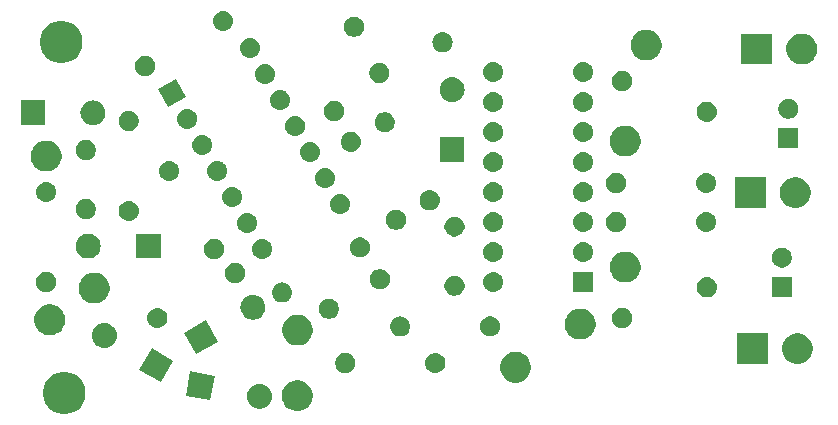
<source format=gbr>
G04 #@! TF.GenerationSoftware,KiCad,Pcbnew,(5.1.2-1)-1*
G04 #@! TF.CreationDate,2021-07-21T16:43:49-04:00*
G04 #@! TF.ProjectId,Four_Step_Sequencer,466f7572-5f53-4746-9570-5f5365717565,rev?*
G04 #@! TF.SameCoordinates,Original*
G04 #@! TF.FileFunction,Soldermask,Bot*
G04 #@! TF.FilePolarity,Negative*
%FSLAX46Y46*%
G04 Gerber Fmt 4.6, Leading zero omitted, Abs format (unit mm)*
G04 Created by KiCad (PCBNEW (5.1.2-1)-1) date 2021-07-21 16:43:49*
%MOMM*%
%LPD*%
G04 APERTURE LIST*
%ADD10C,0.100000*%
G04 APERTURE END LIST*
D10*
G36*
X16781331Y-43988211D02*
G01*
X17109092Y-44123974D01*
X17404070Y-44321072D01*
X17654928Y-44571930D01*
X17852026Y-44866908D01*
X17987789Y-45194669D01*
X18057000Y-45542616D01*
X18057000Y-45897384D01*
X17987789Y-46245331D01*
X17852026Y-46573092D01*
X17654928Y-46868070D01*
X17404070Y-47118928D01*
X17109092Y-47316026D01*
X16781331Y-47451789D01*
X16433384Y-47521000D01*
X16078616Y-47521000D01*
X15730669Y-47451789D01*
X15402908Y-47316026D01*
X15107930Y-47118928D01*
X14857072Y-46868070D01*
X14659974Y-46573092D01*
X14524211Y-46245331D01*
X14455000Y-45897384D01*
X14455000Y-45542616D01*
X14524211Y-45194669D01*
X14659974Y-44866908D01*
X14857072Y-44571930D01*
X15107930Y-44321072D01*
X15402908Y-44123974D01*
X15730669Y-43988211D01*
X16078616Y-43919000D01*
X16433384Y-43919000D01*
X16781331Y-43988211D01*
X16781331Y-43988211D01*
G37*
G36*
X36371193Y-44697904D02*
G01*
X36584587Y-44786295D01*
X36607903Y-44795953D01*
X36820935Y-44938296D01*
X37002104Y-45119465D01*
X37144447Y-45332497D01*
X37144448Y-45332499D01*
X37242496Y-45569207D01*
X37292480Y-45820493D01*
X37292480Y-46076707D01*
X37242496Y-46327993D01*
X37214045Y-46396679D01*
X37144447Y-46564703D01*
X37002104Y-46777735D01*
X36820935Y-46958904D01*
X36607903Y-47101247D01*
X36607902Y-47101248D01*
X36607901Y-47101248D01*
X36371193Y-47199296D01*
X36119907Y-47249280D01*
X35863693Y-47249280D01*
X35612407Y-47199296D01*
X35375699Y-47101248D01*
X35375698Y-47101248D01*
X35375697Y-47101247D01*
X35162665Y-46958904D01*
X34981496Y-46777735D01*
X34839153Y-46564703D01*
X34769555Y-46396679D01*
X34741104Y-46327993D01*
X34691120Y-46076707D01*
X34691120Y-45820493D01*
X34741104Y-45569207D01*
X34839152Y-45332499D01*
X34839153Y-45332497D01*
X34981496Y-45119465D01*
X35162665Y-44938296D01*
X35375697Y-44795953D01*
X35399013Y-44786295D01*
X35612407Y-44697904D01*
X35863693Y-44647920D01*
X36119907Y-44647920D01*
X36371193Y-44697904D01*
X36371193Y-44697904D01*
G37*
G36*
X32893520Y-44946602D02*
G01*
X32996455Y-44956740D01*
X33194569Y-45016838D01*
X33194572Y-45016839D01*
X33291398Y-45068594D01*
X33377152Y-45114430D01*
X33537188Y-45245768D01*
X33668526Y-45405804D01*
X33714362Y-45491558D01*
X33766117Y-45588384D01*
X33766118Y-45588387D01*
X33826216Y-45786501D01*
X33846508Y-45992533D01*
X33826216Y-46198565D01*
X33766118Y-46396679D01*
X33766117Y-46396682D01*
X33714362Y-46493508D01*
X33668526Y-46579262D01*
X33537188Y-46739298D01*
X33377152Y-46870636D01*
X33291398Y-46916472D01*
X33194572Y-46968227D01*
X33194569Y-46968228D01*
X32996455Y-47028326D01*
X32893520Y-47038464D01*
X32842054Y-47043533D01*
X32738792Y-47043533D01*
X32687326Y-47038464D01*
X32584391Y-47028326D01*
X32386277Y-46968228D01*
X32386274Y-46968227D01*
X32289448Y-46916472D01*
X32203694Y-46870636D01*
X32043658Y-46739298D01*
X31912320Y-46579262D01*
X31866484Y-46493508D01*
X31814729Y-46396682D01*
X31814728Y-46396679D01*
X31754630Y-46198565D01*
X31734338Y-45992533D01*
X31754630Y-45786501D01*
X31814728Y-45588387D01*
X31814729Y-45588384D01*
X31866484Y-45491558D01*
X31912320Y-45405804D01*
X32043658Y-45245768D01*
X32203694Y-45114430D01*
X32289448Y-45068594D01*
X32386274Y-45016839D01*
X32386277Y-45016838D01*
X32584391Y-44956740D01*
X32687326Y-44946602D01*
X32738792Y-44941533D01*
X32842054Y-44941533D01*
X32893520Y-44946602D01*
X32893520Y-44946602D01*
G37*
G36*
X29005137Y-44257871D02*
G01*
X28640129Y-46327937D01*
X26570063Y-45962929D01*
X26935071Y-43892863D01*
X29005137Y-44257871D01*
X29005137Y-44257871D01*
G37*
G36*
X54862393Y-42284904D02*
G01*
X55047806Y-42361705D01*
X55099103Y-42382953D01*
X55312135Y-42525296D01*
X55493304Y-42706465D01*
X55635647Y-42919497D01*
X55635648Y-42919499D01*
X55733696Y-43156207D01*
X55783680Y-43407493D01*
X55783680Y-43663707D01*
X55733696Y-43914993D01*
X55635648Y-44151701D01*
X55635647Y-44151703D01*
X55493304Y-44364735D01*
X55312135Y-44545904D01*
X55099103Y-44688247D01*
X55099102Y-44688248D01*
X55099101Y-44688248D01*
X54862393Y-44786296D01*
X54611107Y-44836280D01*
X54354893Y-44836280D01*
X54103607Y-44786296D01*
X53866899Y-44688248D01*
X53866898Y-44688248D01*
X53866897Y-44688247D01*
X53653865Y-44545904D01*
X53472696Y-44364735D01*
X53330353Y-44151703D01*
X53330352Y-44151701D01*
X53232304Y-43914993D01*
X53182320Y-43663707D01*
X53182320Y-43407493D01*
X53232304Y-43156207D01*
X53330352Y-42919499D01*
X53330353Y-42919497D01*
X53472696Y-42706465D01*
X53653865Y-42525296D01*
X53866897Y-42382953D01*
X53918194Y-42361705D01*
X54103607Y-42284904D01*
X54354893Y-42234920D01*
X54611107Y-42234920D01*
X54862393Y-42284904D01*
X54862393Y-42284904D01*
G37*
G36*
X25489494Y-42998507D02*
G01*
X24438493Y-44818894D01*
X22618106Y-43767893D01*
X23669107Y-41947506D01*
X25489494Y-42998507D01*
X25489494Y-42998507D01*
G37*
G36*
X47842623Y-42341313D02*
G01*
X47973180Y-42380917D01*
X47979891Y-42382953D01*
X48003042Y-42389976D01*
X48080342Y-42431294D01*
X48150878Y-42468996D01*
X48280459Y-42575341D01*
X48386804Y-42704922D01*
X48386805Y-42704924D01*
X48465824Y-42852758D01*
X48514487Y-43013177D01*
X48530917Y-43180000D01*
X48514487Y-43346823D01*
X48465824Y-43507242D01*
X48425277Y-43583100D01*
X48386804Y-43655078D01*
X48280459Y-43784659D01*
X48150878Y-43891004D01*
X48150876Y-43891005D01*
X48003042Y-43970024D01*
X47842623Y-44018687D01*
X47717604Y-44031000D01*
X47633996Y-44031000D01*
X47508977Y-44018687D01*
X47348558Y-43970024D01*
X47200724Y-43891005D01*
X47200722Y-43891004D01*
X47071141Y-43784659D01*
X46964796Y-43655078D01*
X46926323Y-43583100D01*
X46885776Y-43507242D01*
X46837113Y-43346823D01*
X46820683Y-43180000D01*
X46837113Y-43013177D01*
X46885776Y-42852758D01*
X46964795Y-42704924D01*
X46964796Y-42704922D01*
X47071141Y-42575341D01*
X47200722Y-42468996D01*
X47271258Y-42431294D01*
X47348558Y-42389976D01*
X47371710Y-42382953D01*
X47378420Y-42380917D01*
X47508977Y-42341313D01*
X47633996Y-42329000D01*
X47717604Y-42329000D01*
X47842623Y-42341313D01*
X47842623Y-42341313D01*
G37*
G36*
X40304028Y-42361703D02*
G01*
X40458900Y-42425853D01*
X40598281Y-42518985D01*
X40716815Y-42637519D01*
X40809947Y-42776900D01*
X40874097Y-42931772D01*
X40906800Y-43096184D01*
X40906800Y-43263816D01*
X40874097Y-43428228D01*
X40809947Y-43583100D01*
X40716815Y-43722481D01*
X40598281Y-43841015D01*
X40458900Y-43934147D01*
X40304028Y-43998297D01*
X40139616Y-44031000D01*
X39971984Y-44031000D01*
X39807572Y-43998297D01*
X39652700Y-43934147D01*
X39513319Y-43841015D01*
X39394785Y-43722481D01*
X39301653Y-43583100D01*
X39237503Y-43428228D01*
X39204800Y-43263816D01*
X39204800Y-43096184D01*
X39237503Y-42931772D01*
X39301653Y-42776900D01*
X39394785Y-42637519D01*
X39513319Y-42518985D01*
X39652700Y-42425853D01*
X39807572Y-42361703D01*
X39971984Y-42329000D01*
X40139616Y-42329000D01*
X40304028Y-42361703D01*
X40304028Y-42361703D01*
G37*
G36*
X78712993Y-40710104D02*
G01*
X78949701Y-40808152D01*
X78949703Y-40808153D01*
X79162735Y-40950496D01*
X79343904Y-41131665D01*
X79421199Y-41247346D01*
X79486248Y-41344699D01*
X79584296Y-41581407D01*
X79634280Y-41832693D01*
X79634280Y-42088907D01*
X79584296Y-42340193D01*
X79486894Y-42575341D01*
X79486247Y-42576903D01*
X79343904Y-42789935D01*
X79162735Y-42971104D01*
X78949703Y-43113447D01*
X78949702Y-43113448D01*
X78949701Y-43113448D01*
X78712993Y-43211496D01*
X78461707Y-43261480D01*
X78205493Y-43261480D01*
X77954207Y-43211496D01*
X77717499Y-43113448D01*
X77717498Y-43113448D01*
X77717497Y-43113447D01*
X77504465Y-42971104D01*
X77323296Y-42789935D01*
X77180953Y-42576903D01*
X77180306Y-42575341D01*
X77082904Y-42340193D01*
X77032920Y-42088907D01*
X77032920Y-41832693D01*
X77082904Y-41581407D01*
X77180952Y-41344699D01*
X77246001Y-41247346D01*
X77323296Y-41131665D01*
X77504465Y-40950496D01*
X77717497Y-40808153D01*
X77717499Y-40808152D01*
X77954207Y-40710104D01*
X78205493Y-40660120D01*
X78461707Y-40660120D01*
X78712993Y-40710104D01*
X78712993Y-40710104D01*
G37*
G36*
X75824280Y-43261480D02*
G01*
X73222920Y-43261480D01*
X73222920Y-40660120D01*
X75824280Y-40660120D01*
X75824280Y-43261480D01*
X75824280Y-43261480D01*
G37*
G36*
X29274094Y-41380293D02*
G01*
X27453707Y-42431294D01*
X26402706Y-40610907D01*
X28223093Y-39559906D01*
X29274094Y-41380293D01*
X29274094Y-41380293D01*
G37*
G36*
X19757488Y-39797269D02*
G01*
X19860423Y-39807407D01*
X20058537Y-39867505D01*
X20058540Y-39867506D01*
X20122686Y-39901793D01*
X20241120Y-39965097D01*
X20401156Y-40096435D01*
X20532494Y-40256471D01*
X20571490Y-40329428D01*
X20630085Y-40439051D01*
X20630086Y-40439054D01*
X20690184Y-40637168D01*
X20710476Y-40843200D01*
X20690184Y-41049232D01*
X20639857Y-41215135D01*
X20630085Y-41247349D01*
X20578330Y-41344175D01*
X20532494Y-41429929D01*
X20401156Y-41589965D01*
X20241120Y-41721303D01*
X20155366Y-41767139D01*
X20058540Y-41818894D01*
X20058537Y-41818895D01*
X19860423Y-41878993D01*
X19757488Y-41889131D01*
X19706022Y-41894200D01*
X19602760Y-41894200D01*
X19551294Y-41889131D01*
X19448359Y-41878993D01*
X19250245Y-41818895D01*
X19250242Y-41818894D01*
X19153416Y-41767139D01*
X19067662Y-41721303D01*
X18907626Y-41589965D01*
X18776288Y-41429929D01*
X18730452Y-41344175D01*
X18678697Y-41247349D01*
X18668925Y-41215135D01*
X18618598Y-41049232D01*
X18598306Y-40843200D01*
X18618598Y-40637168D01*
X18678696Y-40439054D01*
X18678697Y-40439051D01*
X18737292Y-40329428D01*
X18776288Y-40256471D01*
X18907626Y-40096435D01*
X19067662Y-39965097D01*
X19186096Y-39901793D01*
X19250242Y-39867506D01*
X19250245Y-39867505D01*
X19448359Y-39807407D01*
X19551294Y-39797269D01*
X19602760Y-39792200D01*
X19706022Y-39792200D01*
X19757488Y-39797269D01*
X19757488Y-39797269D01*
G37*
G36*
X36396593Y-39135304D02*
G01*
X36560452Y-39203177D01*
X36633303Y-39233353D01*
X36846335Y-39375696D01*
X37027504Y-39556865D01*
X37156481Y-39749894D01*
X37169848Y-39769899D01*
X37267896Y-40006607D01*
X37317880Y-40257893D01*
X37317880Y-40514107D01*
X37267896Y-40765393D01*
X37169848Y-41002101D01*
X37169847Y-41002103D01*
X37027504Y-41215135D01*
X36846335Y-41396304D01*
X36633303Y-41538647D01*
X36633302Y-41538648D01*
X36633301Y-41538648D01*
X36396593Y-41636696D01*
X36145307Y-41686680D01*
X35889093Y-41686680D01*
X35637807Y-41636696D01*
X35401099Y-41538648D01*
X35401098Y-41538648D01*
X35401097Y-41538647D01*
X35188065Y-41396304D01*
X35006896Y-41215135D01*
X34864553Y-41002103D01*
X34864552Y-41002101D01*
X34766504Y-40765393D01*
X34716520Y-40514107D01*
X34716520Y-40257893D01*
X34766504Y-40006607D01*
X34864552Y-39769899D01*
X34877919Y-39749894D01*
X35006896Y-39556865D01*
X35188065Y-39375696D01*
X35401097Y-39233353D01*
X35473948Y-39203177D01*
X35637807Y-39135304D01*
X35889093Y-39085320D01*
X36145307Y-39085320D01*
X36396593Y-39135304D01*
X36396593Y-39135304D01*
G37*
G36*
X60323393Y-38627304D02*
G01*
X60560101Y-38725352D01*
X60560103Y-38725353D01*
X60773135Y-38867696D01*
X60954304Y-39048865D01*
X61084431Y-39243615D01*
X61096648Y-39261899D01*
X61194696Y-39498607D01*
X61244680Y-39749893D01*
X61244680Y-40006107D01*
X61194696Y-40257393D01*
X61119449Y-40439054D01*
X61096647Y-40494103D01*
X60954304Y-40707135D01*
X60773135Y-40888304D01*
X60560103Y-41030647D01*
X60560102Y-41030648D01*
X60560101Y-41030648D01*
X60323393Y-41128696D01*
X60072107Y-41178680D01*
X59815893Y-41178680D01*
X59564607Y-41128696D01*
X59327899Y-41030648D01*
X59327898Y-41030648D01*
X59327897Y-41030647D01*
X59114865Y-40888304D01*
X58933696Y-40707135D01*
X58791353Y-40494103D01*
X58768551Y-40439054D01*
X58693304Y-40257393D01*
X58643320Y-40006107D01*
X58643320Y-39749893D01*
X58693304Y-39498607D01*
X58791352Y-39261899D01*
X58803569Y-39243615D01*
X58933696Y-39048865D01*
X59114865Y-38867696D01*
X59327897Y-38725353D01*
X59327899Y-38725352D01*
X59564607Y-38627304D01*
X59815893Y-38577320D01*
X60072107Y-38577320D01*
X60323393Y-38627304D01*
X60323393Y-38627304D01*
G37*
G36*
X52572228Y-39262903D02*
G01*
X52727100Y-39327053D01*
X52866481Y-39420185D01*
X52985015Y-39538719D01*
X53078147Y-39678100D01*
X53142297Y-39832972D01*
X53175000Y-39997384D01*
X53175000Y-40165016D01*
X53142297Y-40329428D01*
X53078147Y-40484300D01*
X52985015Y-40623681D01*
X52866481Y-40742215D01*
X52727100Y-40835347D01*
X52572228Y-40899497D01*
X52407816Y-40932200D01*
X52240184Y-40932200D01*
X52075772Y-40899497D01*
X51920900Y-40835347D01*
X51781519Y-40742215D01*
X51662985Y-40623681D01*
X51569853Y-40484300D01*
X51505703Y-40329428D01*
X51473000Y-40165016D01*
X51473000Y-39997384D01*
X51505703Y-39832972D01*
X51569853Y-39678100D01*
X51662985Y-39538719D01*
X51781519Y-39420185D01*
X51920900Y-39327053D01*
X52075772Y-39262903D01*
X52240184Y-39230200D01*
X52407816Y-39230200D01*
X52572228Y-39262903D01*
X52572228Y-39262903D01*
G37*
G36*
X44870823Y-39242513D02*
G01*
X45031242Y-39291176D01*
X45098361Y-39327052D01*
X45179078Y-39370196D01*
X45308659Y-39476541D01*
X45415004Y-39606122D01*
X45415005Y-39606124D01*
X45494024Y-39753958D01*
X45542687Y-39914377D01*
X45559117Y-40081200D01*
X45542687Y-40248023D01*
X45494024Y-40408442D01*
X45423114Y-40541106D01*
X45415004Y-40556278D01*
X45308659Y-40685859D01*
X45179078Y-40792204D01*
X45179076Y-40792205D01*
X45031242Y-40871224D01*
X44870823Y-40919887D01*
X44745804Y-40932200D01*
X44662196Y-40932200D01*
X44537177Y-40919887D01*
X44376758Y-40871224D01*
X44228924Y-40792205D01*
X44228922Y-40792204D01*
X44099341Y-40685859D01*
X43992996Y-40556278D01*
X43984886Y-40541106D01*
X43913976Y-40408442D01*
X43865313Y-40248023D01*
X43848883Y-40081200D01*
X43865313Y-39914377D01*
X43913976Y-39753958D01*
X43992995Y-39606124D01*
X43992996Y-39606122D01*
X44099341Y-39476541D01*
X44228922Y-39370196D01*
X44309639Y-39327052D01*
X44376758Y-39291176D01*
X44537177Y-39242513D01*
X44662196Y-39230200D01*
X44745804Y-39230200D01*
X44870823Y-39242513D01*
X44870823Y-39242513D01*
G37*
G36*
X15416193Y-38271704D02*
G01*
X15567486Y-38334372D01*
X15652903Y-38369753D01*
X15865935Y-38512096D01*
X16047104Y-38693265D01*
X16181846Y-38894922D01*
X16189448Y-38906299D01*
X16287496Y-39143007D01*
X16337480Y-39394293D01*
X16337480Y-39650507D01*
X16287496Y-39901793D01*
X16195393Y-40124148D01*
X16189447Y-40138503D01*
X16047104Y-40351535D01*
X15865935Y-40532704D01*
X15652903Y-40675047D01*
X15652902Y-40675048D01*
X15652901Y-40675048D01*
X15416193Y-40773096D01*
X15164907Y-40823080D01*
X14908693Y-40823080D01*
X14657407Y-40773096D01*
X14420699Y-40675048D01*
X14420698Y-40675048D01*
X14420697Y-40675047D01*
X14207665Y-40532704D01*
X14026496Y-40351535D01*
X13884153Y-40138503D01*
X13878207Y-40124148D01*
X13786104Y-39901793D01*
X13736120Y-39650507D01*
X13736120Y-39394293D01*
X13786104Y-39143007D01*
X13884152Y-38906299D01*
X13891754Y-38894922D01*
X14026496Y-38693265D01*
X14207665Y-38512096D01*
X14420697Y-38369753D01*
X14506114Y-38334372D01*
X14657407Y-38271704D01*
X14908693Y-38221720D01*
X15164907Y-38221720D01*
X15416193Y-38271704D01*
X15416193Y-38271704D01*
G37*
G36*
X63748228Y-38551703D02*
G01*
X63903100Y-38615853D01*
X64042481Y-38708985D01*
X64161015Y-38827519D01*
X64254147Y-38966900D01*
X64318297Y-39121772D01*
X64351000Y-39286184D01*
X64351000Y-39453816D01*
X64318297Y-39618228D01*
X64254147Y-39773100D01*
X64161015Y-39912481D01*
X64042481Y-40031015D01*
X63903100Y-40124147D01*
X63748228Y-40188297D01*
X63583816Y-40221000D01*
X63416184Y-40221000D01*
X63251772Y-40188297D01*
X63096900Y-40124147D01*
X62957519Y-40031015D01*
X62838985Y-39912481D01*
X62745853Y-39773100D01*
X62681703Y-39618228D01*
X62649000Y-39453816D01*
X62649000Y-39286184D01*
X62681703Y-39121772D01*
X62745853Y-38966900D01*
X62838985Y-38827519D01*
X62957519Y-38708985D01*
X63096900Y-38615853D01*
X63251772Y-38551703D01*
X63416184Y-38519000D01*
X63583816Y-38519000D01*
X63748228Y-38551703D01*
X63748228Y-38551703D01*
G37*
G36*
X24301709Y-38531313D02*
G01*
X24432266Y-38570917D01*
X24453373Y-38577320D01*
X24462128Y-38579976D01*
X24529247Y-38615852D01*
X24609964Y-38658996D01*
X24739545Y-38765341D01*
X24845891Y-38894923D01*
X24924910Y-39042758D01*
X24973573Y-39203177D01*
X24990003Y-39370000D01*
X24973573Y-39536823D01*
X24924910Y-39697242D01*
X24854000Y-39829906D01*
X24845890Y-39845078D01*
X24739545Y-39974659D01*
X24609964Y-40081004D01*
X24609962Y-40081005D01*
X24462128Y-40160024D01*
X24301709Y-40208687D01*
X24176690Y-40221000D01*
X24093082Y-40221000D01*
X23968063Y-40208687D01*
X23807644Y-40160024D01*
X23659810Y-40081005D01*
X23659808Y-40081004D01*
X23530227Y-39974659D01*
X23423882Y-39845078D01*
X23415772Y-39829906D01*
X23344862Y-39697242D01*
X23296199Y-39536823D01*
X23279769Y-39370000D01*
X23296199Y-39203177D01*
X23344862Y-39042758D01*
X23423881Y-38894923D01*
X23530227Y-38765341D01*
X23659808Y-38658996D01*
X23740525Y-38615852D01*
X23807644Y-38579976D01*
X23816400Y-38577320D01*
X23837506Y-38570917D01*
X23968063Y-38531313D01*
X24093082Y-38519000D01*
X24176690Y-38519000D01*
X24301709Y-38531313D01*
X24301709Y-38531313D01*
G37*
G36*
X32340906Y-37409669D02*
G01*
X32443841Y-37419807D01*
X32641955Y-37479905D01*
X32641958Y-37479906D01*
X32734032Y-37529121D01*
X32824538Y-37577497D01*
X32984574Y-37708835D01*
X33115912Y-37868871D01*
X33139438Y-37912886D01*
X33213503Y-38051451D01*
X33213504Y-38051454D01*
X33273602Y-38249568D01*
X33293894Y-38455600D01*
X33273602Y-38661632D01*
X33223280Y-38827519D01*
X33213503Y-38859749D01*
X33194702Y-38894923D01*
X33115912Y-39042329D01*
X32984574Y-39202365D01*
X32824538Y-39333703D01*
X32756266Y-39370195D01*
X32641958Y-39431294D01*
X32641955Y-39431295D01*
X32443841Y-39491393D01*
X32340906Y-39501531D01*
X32289440Y-39506600D01*
X32186178Y-39506600D01*
X32134712Y-39501531D01*
X32031777Y-39491393D01*
X31833663Y-39431295D01*
X31833660Y-39431294D01*
X31719352Y-39370195D01*
X31651080Y-39333703D01*
X31491044Y-39202365D01*
X31359706Y-39042329D01*
X31280916Y-38894923D01*
X31262115Y-38859749D01*
X31252338Y-38827519D01*
X31202016Y-38661632D01*
X31181724Y-38455600D01*
X31202016Y-38249568D01*
X31262114Y-38051454D01*
X31262115Y-38051451D01*
X31336180Y-37912886D01*
X31359706Y-37868871D01*
X31491044Y-37708835D01*
X31651080Y-37577497D01*
X31741586Y-37529121D01*
X31833660Y-37479906D01*
X31833663Y-37479905D01*
X32031777Y-37419807D01*
X32134712Y-37409669D01*
X32186178Y-37404600D01*
X32289440Y-37404600D01*
X32340906Y-37409669D01*
X32340906Y-37409669D01*
G37*
G36*
X38907028Y-37764303D02*
G01*
X39061900Y-37828453D01*
X39201281Y-37921585D01*
X39319815Y-38040119D01*
X39412947Y-38179500D01*
X39477097Y-38334372D01*
X39509800Y-38498784D01*
X39509800Y-38666416D01*
X39477097Y-38830828D01*
X39412947Y-38985700D01*
X39319815Y-39125081D01*
X39201281Y-39243615D01*
X39061900Y-39336747D01*
X38907028Y-39400897D01*
X38742616Y-39433600D01*
X38574984Y-39433600D01*
X38410572Y-39400897D01*
X38255700Y-39336747D01*
X38116319Y-39243615D01*
X37997785Y-39125081D01*
X37904653Y-38985700D01*
X37840503Y-38830828D01*
X37807800Y-38666416D01*
X37807800Y-38498784D01*
X37840503Y-38334372D01*
X37904653Y-38179500D01*
X37997785Y-38040119D01*
X38116319Y-37921585D01*
X38255700Y-37828453D01*
X38410572Y-37764303D01*
X38574984Y-37731600D01*
X38742616Y-37731600D01*
X38907028Y-37764303D01*
X38907028Y-37764303D01*
G37*
G36*
X19175393Y-35579304D02*
G01*
X19389767Y-35668101D01*
X19412103Y-35677353D01*
X19625135Y-35819696D01*
X19806304Y-36000865D01*
X19916921Y-36166416D01*
X19948648Y-36213899D01*
X20046696Y-36450607D01*
X20096680Y-36701893D01*
X20096680Y-36958107D01*
X20046696Y-37209393D01*
X19975635Y-37380948D01*
X19948647Y-37446103D01*
X19806304Y-37659135D01*
X19625135Y-37840304D01*
X19412103Y-37982647D01*
X19412102Y-37982648D01*
X19412101Y-37982648D01*
X19175393Y-38080696D01*
X18924107Y-38130680D01*
X18667893Y-38130680D01*
X18416607Y-38080696D01*
X18179899Y-37982648D01*
X18179898Y-37982648D01*
X18179897Y-37982647D01*
X17966865Y-37840304D01*
X17785696Y-37659135D01*
X17643353Y-37446103D01*
X17616365Y-37380948D01*
X17545304Y-37209393D01*
X17495320Y-36958107D01*
X17495320Y-36701893D01*
X17545304Y-36450607D01*
X17643352Y-36213899D01*
X17675079Y-36166416D01*
X17785696Y-36000865D01*
X17966865Y-35819696D01*
X18179897Y-35677353D01*
X18202233Y-35668101D01*
X18416607Y-35579304D01*
X18667893Y-35529320D01*
X18924107Y-35529320D01*
X19175393Y-35579304D01*
X19175393Y-35579304D01*
G37*
G36*
X34860291Y-36363195D02*
G01*
X35020710Y-36411858D01*
X35093202Y-36450606D01*
X35168546Y-36490878D01*
X35298127Y-36597223D01*
X35404472Y-36726804D01*
X35404473Y-36726806D01*
X35483492Y-36874640D01*
X35532155Y-37035059D01*
X35548585Y-37201882D01*
X35532155Y-37368705D01*
X35483492Y-37529124D01*
X35470285Y-37553832D01*
X35404472Y-37676960D01*
X35298127Y-37806541D01*
X35168546Y-37912886D01*
X35168544Y-37912887D01*
X35020710Y-37991906D01*
X34860291Y-38040569D01*
X34735272Y-38052882D01*
X34651664Y-38052882D01*
X34526645Y-38040569D01*
X34366226Y-37991906D01*
X34218392Y-37912887D01*
X34218390Y-37912886D01*
X34088809Y-37806541D01*
X33982464Y-37676960D01*
X33916651Y-37553832D01*
X33903444Y-37529124D01*
X33854781Y-37368705D01*
X33838351Y-37201882D01*
X33854781Y-37035059D01*
X33903444Y-36874640D01*
X33982463Y-36726806D01*
X33982464Y-36726804D01*
X34088809Y-36597223D01*
X34218390Y-36490878D01*
X34293734Y-36450606D01*
X34366226Y-36411858D01*
X34526645Y-36363195D01*
X34651664Y-36350882D01*
X34735272Y-36350882D01*
X34860291Y-36363195D01*
X34860291Y-36363195D01*
G37*
G36*
X70827281Y-35925120D02*
G01*
X70987700Y-35973783D01*
X71120364Y-36044693D01*
X71135536Y-36052803D01*
X71265117Y-36159148D01*
X71371462Y-36288729D01*
X71371463Y-36288731D01*
X71450482Y-36436565D01*
X71499145Y-36596984D01*
X71515575Y-36763807D01*
X71499145Y-36930630D01*
X71450482Y-37091049D01*
X71408666Y-37169281D01*
X71371462Y-37238885D01*
X71265117Y-37368466D01*
X71135536Y-37474811D01*
X71135534Y-37474812D01*
X70987700Y-37553831D01*
X70827281Y-37602494D01*
X70702262Y-37614807D01*
X70618654Y-37614807D01*
X70493635Y-37602494D01*
X70333216Y-37553831D01*
X70185382Y-37474812D01*
X70185380Y-37474811D01*
X70055799Y-37368466D01*
X69949454Y-37238885D01*
X69912250Y-37169281D01*
X69870434Y-37091049D01*
X69821771Y-36930630D01*
X69805341Y-36763807D01*
X69821771Y-36596984D01*
X69870434Y-36436565D01*
X69949453Y-36288731D01*
X69949454Y-36288729D01*
X70055799Y-36159148D01*
X70185380Y-36052803D01*
X70200552Y-36044693D01*
X70333216Y-35973783D01*
X70493635Y-35925120D01*
X70618654Y-35912807D01*
X70702262Y-35912807D01*
X70827281Y-35925120D01*
X70827281Y-35925120D01*
G37*
G36*
X77863800Y-37604800D02*
G01*
X76161800Y-37604800D01*
X76161800Y-35902800D01*
X77863800Y-35902800D01*
X77863800Y-37604800D01*
X77863800Y-37604800D01*
G37*
G36*
X49549628Y-35808503D02*
G01*
X49704500Y-35872653D01*
X49843881Y-35965785D01*
X49962415Y-36084319D01*
X50055547Y-36223700D01*
X50119697Y-36378572D01*
X50152400Y-36542984D01*
X50152400Y-36710616D01*
X50119697Y-36875028D01*
X50055547Y-37029900D01*
X49962415Y-37169281D01*
X49843881Y-37287815D01*
X49704500Y-37380947D01*
X49549628Y-37445097D01*
X49385216Y-37477800D01*
X49217584Y-37477800D01*
X49053172Y-37445097D01*
X48898300Y-37380947D01*
X48758919Y-37287815D01*
X48640385Y-37169281D01*
X48547253Y-37029900D01*
X48483103Y-36875028D01*
X48450400Y-36710616D01*
X48450400Y-36542984D01*
X48483103Y-36378572D01*
X48547253Y-36223700D01*
X48640385Y-36084319D01*
X48758919Y-35965785D01*
X48898300Y-35872653D01*
X49053172Y-35808503D01*
X49217584Y-35775800D01*
X49385216Y-35775800D01*
X49549628Y-35808503D01*
X49549628Y-35808503D01*
G37*
G36*
X14980228Y-35503703D02*
G01*
X15135100Y-35567853D01*
X15274481Y-35660985D01*
X15393015Y-35779519D01*
X15486147Y-35918900D01*
X15550297Y-36073772D01*
X15583000Y-36238184D01*
X15583000Y-36405816D01*
X15550297Y-36570228D01*
X15486147Y-36725100D01*
X15393015Y-36864481D01*
X15274481Y-36983015D01*
X15135100Y-37076147D01*
X14980228Y-37140297D01*
X14815816Y-37173000D01*
X14648184Y-37173000D01*
X14483772Y-37140297D01*
X14328900Y-37076147D01*
X14189519Y-36983015D01*
X14070985Y-36864481D01*
X13977853Y-36725100D01*
X13913703Y-36570228D01*
X13881000Y-36405816D01*
X13881000Y-36238184D01*
X13913703Y-36073772D01*
X13977853Y-35918900D01*
X14070985Y-35779519D01*
X14189519Y-35660985D01*
X14328900Y-35567853D01*
X14483772Y-35503703D01*
X14648184Y-35471000D01*
X14815816Y-35471000D01*
X14980228Y-35503703D01*
X14980228Y-35503703D01*
G37*
G36*
X61049000Y-37173000D02*
G01*
X59347000Y-37173000D01*
X59347000Y-35471000D01*
X61049000Y-35471000D01*
X61049000Y-37173000D01*
X61049000Y-37173000D01*
G37*
G36*
X52744823Y-35483313D02*
G01*
X52875380Y-35522917D01*
X52896487Y-35529320D01*
X52905242Y-35531976D01*
X52972361Y-35567852D01*
X53053078Y-35610996D01*
X53182659Y-35717341D01*
X53289004Y-35846922D01*
X53289005Y-35846924D01*
X53368024Y-35994758D01*
X53416687Y-36155177D01*
X53433117Y-36322000D01*
X53416687Y-36488823D01*
X53368024Y-36649242D01*
X53306788Y-36763807D01*
X53289004Y-36797078D01*
X53182659Y-36926659D01*
X53053078Y-37033004D01*
X53053076Y-37033005D01*
X52905242Y-37112024D01*
X52744823Y-37160687D01*
X52619804Y-37173000D01*
X52536196Y-37173000D01*
X52411177Y-37160687D01*
X52250758Y-37112024D01*
X52102924Y-37033005D01*
X52102922Y-37033004D01*
X51973341Y-36926659D01*
X51866996Y-36797078D01*
X51849212Y-36763807D01*
X51787976Y-36649242D01*
X51739313Y-36488823D01*
X51722883Y-36322000D01*
X51739313Y-36155177D01*
X51787976Y-35994758D01*
X51866995Y-35846924D01*
X51866996Y-35846922D01*
X51973341Y-35717341D01*
X52102922Y-35610996D01*
X52183639Y-35567852D01*
X52250758Y-35531976D01*
X52259514Y-35529320D01*
X52280620Y-35522917D01*
X52411177Y-35483313D01*
X52536196Y-35471000D01*
X52619804Y-35471000D01*
X52744823Y-35483313D01*
X52744823Y-35483313D01*
G37*
G36*
X43237155Y-35264303D02*
G01*
X43392027Y-35328453D01*
X43531408Y-35421585D01*
X43649942Y-35540119D01*
X43743074Y-35679500D01*
X43807224Y-35834372D01*
X43839927Y-35998784D01*
X43839927Y-36166416D01*
X43807224Y-36330828D01*
X43743074Y-36485700D01*
X43649942Y-36625081D01*
X43531408Y-36743615D01*
X43392027Y-36836747D01*
X43237155Y-36900897D01*
X43072743Y-36933600D01*
X42905111Y-36933600D01*
X42740699Y-36900897D01*
X42585827Y-36836747D01*
X42446446Y-36743615D01*
X42327912Y-36625081D01*
X42234780Y-36485700D01*
X42170630Y-36330828D01*
X42137927Y-36166416D01*
X42137927Y-35998784D01*
X42170630Y-35834372D01*
X42234780Y-35679500D01*
X42327912Y-35540119D01*
X42446446Y-35421585D01*
X42585827Y-35328453D01*
X42740699Y-35264303D01*
X42905111Y-35231600D01*
X43072743Y-35231600D01*
X43237155Y-35264303D01*
X43237155Y-35264303D01*
G37*
G36*
X30982228Y-34741703D02*
G01*
X31137100Y-34805853D01*
X31276481Y-34898985D01*
X31395015Y-35017519D01*
X31488147Y-35156900D01*
X31552297Y-35311772D01*
X31585000Y-35476184D01*
X31585000Y-35643816D01*
X31552297Y-35808228D01*
X31488147Y-35963100D01*
X31395015Y-36102481D01*
X31276481Y-36221015D01*
X31137100Y-36314147D01*
X30982228Y-36378297D01*
X30817816Y-36411000D01*
X30650184Y-36411000D01*
X30485772Y-36378297D01*
X30330900Y-36314147D01*
X30191519Y-36221015D01*
X30072985Y-36102481D01*
X29979853Y-35963100D01*
X29915703Y-35808228D01*
X29883000Y-35643816D01*
X29883000Y-35476184D01*
X29915703Y-35311772D01*
X29979853Y-35156900D01*
X30072985Y-35017519D01*
X30191519Y-34898985D01*
X30330900Y-34805853D01*
X30485772Y-34741703D01*
X30650184Y-34709000D01*
X30817816Y-34709000D01*
X30982228Y-34741703D01*
X30982228Y-34741703D01*
G37*
G36*
X64133393Y-33801304D02*
G01*
X64370101Y-33899352D01*
X64370103Y-33899353D01*
X64583135Y-34041696D01*
X64764304Y-34222865D01*
X64873747Y-34386659D01*
X64906648Y-34435899D01*
X65004696Y-34672607D01*
X65054680Y-34923893D01*
X65054680Y-35180107D01*
X65004696Y-35431393D01*
X64906648Y-35668101D01*
X64906647Y-35668103D01*
X64764304Y-35881135D01*
X64583135Y-36062304D01*
X64370103Y-36204647D01*
X64370102Y-36204648D01*
X64370101Y-36204648D01*
X64133393Y-36302696D01*
X63882107Y-36352680D01*
X63625893Y-36352680D01*
X63374607Y-36302696D01*
X63137899Y-36204648D01*
X63137898Y-36204648D01*
X63137897Y-36204647D01*
X62924865Y-36062304D01*
X62743696Y-35881135D01*
X62601353Y-35668103D01*
X62601352Y-35668101D01*
X62503304Y-35431393D01*
X62453320Y-35180107D01*
X62453320Y-34923893D01*
X62503304Y-34672607D01*
X62601352Y-34435899D01*
X62634253Y-34386659D01*
X62743696Y-34222865D01*
X62924865Y-34041696D01*
X63137897Y-33899353D01*
X63137899Y-33899352D01*
X63374607Y-33801304D01*
X63625893Y-33751320D01*
X63882107Y-33751320D01*
X64133393Y-33801304D01*
X64133393Y-33801304D01*
G37*
G36*
X77261028Y-33435503D02*
G01*
X77415900Y-33499653D01*
X77555281Y-33592785D01*
X77673815Y-33711319D01*
X77766947Y-33850700D01*
X77831097Y-34005572D01*
X77863800Y-34169984D01*
X77863800Y-34337616D01*
X77831097Y-34502028D01*
X77766947Y-34656900D01*
X77673815Y-34796281D01*
X77555281Y-34914815D01*
X77415900Y-35007947D01*
X77261028Y-35072097D01*
X77096616Y-35104800D01*
X76928984Y-35104800D01*
X76764572Y-35072097D01*
X76609700Y-35007947D01*
X76470319Y-34914815D01*
X76351785Y-34796281D01*
X76258653Y-34656900D01*
X76194503Y-34502028D01*
X76161800Y-34337616D01*
X76161800Y-34169984D01*
X76194503Y-34005572D01*
X76258653Y-33850700D01*
X76351785Y-33711319D01*
X76470319Y-33592785D01*
X76609700Y-33499653D01*
X76764572Y-33435503D01*
X76928984Y-33402800D01*
X77096616Y-33402800D01*
X77261028Y-33435503D01*
X77261028Y-33435503D01*
G37*
G36*
X60364823Y-32943313D02*
G01*
X60525242Y-32991976D01*
X60657906Y-33062886D01*
X60673078Y-33070996D01*
X60802659Y-33177341D01*
X60909004Y-33306922D01*
X60909005Y-33306924D01*
X60988024Y-33454758D01*
X61036687Y-33615177D01*
X61053117Y-33782000D01*
X61036687Y-33948823D01*
X60988024Y-34109242D01*
X60955556Y-34169985D01*
X60909004Y-34257078D01*
X60802659Y-34386659D01*
X60673078Y-34493004D01*
X60673076Y-34493005D01*
X60525242Y-34572024D01*
X60364823Y-34620687D01*
X60239804Y-34633000D01*
X60156196Y-34633000D01*
X60031177Y-34620687D01*
X59870758Y-34572024D01*
X59722924Y-34493005D01*
X59722922Y-34493004D01*
X59593341Y-34386659D01*
X59486996Y-34257078D01*
X59440444Y-34169985D01*
X59407976Y-34109242D01*
X59359313Y-33948823D01*
X59342883Y-33782000D01*
X59359313Y-33615177D01*
X59407976Y-33454758D01*
X59486995Y-33306924D01*
X59486996Y-33306922D01*
X59593341Y-33177341D01*
X59722922Y-33070996D01*
X59738094Y-33062886D01*
X59870758Y-32991976D01*
X60031177Y-32943313D01*
X60156196Y-32931000D01*
X60239804Y-32931000D01*
X60364823Y-32943313D01*
X60364823Y-32943313D01*
G37*
G36*
X52744823Y-32943313D02*
G01*
X52905242Y-32991976D01*
X53037906Y-33062886D01*
X53053078Y-33070996D01*
X53182659Y-33177341D01*
X53289004Y-33306922D01*
X53289005Y-33306924D01*
X53368024Y-33454758D01*
X53416687Y-33615177D01*
X53433117Y-33782000D01*
X53416687Y-33948823D01*
X53368024Y-34109242D01*
X53335556Y-34169985D01*
X53289004Y-34257078D01*
X53182659Y-34386659D01*
X53053078Y-34493004D01*
X53053076Y-34493005D01*
X52905242Y-34572024D01*
X52744823Y-34620687D01*
X52619804Y-34633000D01*
X52536196Y-34633000D01*
X52411177Y-34620687D01*
X52250758Y-34572024D01*
X52102924Y-34493005D01*
X52102922Y-34493004D01*
X51973341Y-34386659D01*
X51866996Y-34257078D01*
X51820444Y-34169985D01*
X51787976Y-34109242D01*
X51739313Y-33948823D01*
X51722883Y-33782000D01*
X51739313Y-33615177D01*
X51787976Y-33454758D01*
X51866995Y-33306924D01*
X51866996Y-33306922D01*
X51973341Y-33177341D01*
X52102922Y-33070996D01*
X52118094Y-33062886D01*
X52250758Y-32991976D01*
X52411177Y-32943313D01*
X52536196Y-32931000D01*
X52619804Y-32931000D01*
X52744823Y-32943313D01*
X52744823Y-32943313D01*
G37*
G36*
X29204228Y-32709703D02*
G01*
X29359100Y-32773853D01*
X29498481Y-32866985D01*
X29617015Y-32985519D01*
X29710147Y-33124900D01*
X29774297Y-33279772D01*
X29807000Y-33444184D01*
X29807000Y-33611816D01*
X29774297Y-33776228D01*
X29710147Y-33931100D01*
X29617015Y-34070481D01*
X29498481Y-34189015D01*
X29359100Y-34282147D01*
X29204228Y-34346297D01*
X29039816Y-34379000D01*
X28872184Y-34379000D01*
X28707772Y-34346297D01*
X28552900Y-34282147D01*
X28413519Y-34189015D01*
X28294985Y-34070481D01*
X28201853Y-33931100D01*
X28137703Y-33776228D01*
X28105000Y-33611816D01*
X28105000Y-33444184D01*
X28137703Y-33279772D01*
X28201853Y-33124900D01*
X28294985Y-32985519D01*
X28413519Y-32866985D01*
X28552900Y-32773853D01*
X28707772Y-32709703D01*
X28872184Y-32677000D01*
X29039816Y-32677000D01*
X29204228Y-32709703D01*
X29204228Y-32709703D01*
G37*
G36*
X33186823Y-32679540D02*
G01*
X33347242Y-32728203D01*
X33432645Y-32773852D01*
X33495078Y-32807223D01*
X33624659Y-32913568D01*
X33731004Y-33043149D01*
X33731005Y-33043151D01*
X33810024Y-33190985D01*
X33858687Y-33351404D01*
X33875117Y-33518227D01*
X33858687Y-33685050D01*
X33810024Y-33845469D01*
X33762509Y-33934363D01*
X33731004Y-33993305D01*
X33624659Y-34122886D01*
X33495078Y-34229231D01*
X33495076Y-34229232D01*
X33347242Y-34308251D01*
X33186823Y-34356914D01*
X33061804Y-34369227D01*
X32978196Y-34369227D01*
X32853177Y-34356914D01*
X32692758Y-34308251D01*
X32544924Y-34229232D01*
X32544922Y-34229231D01*
X32415341Y-34122886D01*
X32308996Y-33993305D01*
X32277491Y-33934363D01*
X32229976Y-33845469D01*
X32181313Y-33685050D01*
X32164883Y-33518227D01*
X32181313Y-33351404D01*
X32229976Y-33190985D01*
X32308995Y-33043151D01*
X32308996Y-33043149D01*
X32415341Y-32913568D01*
X32544922Y-32807223D01*
X32607355Y-32773852D01*
X32692758Y-32728203D01*
X32853177Y-32679540D01*
X32978196Y-32667227D01*
X33061804Y-32667227D01*
X33186823Y-32679540D01*
X33186823Y-32679540D01*
G37*
G36*
X24419000Y-34325000D02*
G01*
X22317000Y-34325000D01*
X22317000Y-32223000D01*
X24419000Y-32223000D01*
X24419000Y-34325000D01*
X24419000Y-34325000D01*
G37*
G36*
X18391097Y-32228069D02*
G01*
X18494032Y-32238207D01*
X18692146Y-32298305D01*
X18692149Y-32298306D01*
X18788975Y-32350061D01*
X18874729Y-32395897D01*
X19034765Y-32527235D01*
X19166103Y-32687271D01*
X19178093Y-32709703D01*
X19263694Y-32869851D01*
X19263695Y-32869854D01*
X19323793Y-33067968D01*
X19344085Y-33274000D01*
X19323793Y-33480032D01*
X19275233Y-33640110D01*
X19263694Y-33678149D01*
X19224583Y-33751320D01*
X19166103Y-33860729D01*
X19034765Y-34020765D01*
X18874729Y-34152103D01*
X18805671Y-34189015D01*
X18692149Y-34249694D01*
X18692146Y-34249695D01*
X18494032Y-34309793D01*
X18391097Y-34319931D01*
X18339631Y-34325000D01*
X18236369Y-34325000D01*
X18184903Y-34319931D01*
X18081968Y-34309793D01*
X17883854Y-34249695D01*
X17883851Y-34249694D01*
X17770329Y-34189015D01*
X17701271Y-34152103D01*
X17541235Y-34020765D01*
X17409897Y-33860729D01*
X17351417Y-33751320D01*
X17312306Y-33678149D01*
X17300767Y-33640110D01*
X17252207Y-33480032D01*
X17231915Y-33274000D01*
X17252207Y-33067968D01*
X17312305Y-32869854D01*
X17312306Y-32869851D01*
X17397907Y-32709703D01*
X17409897Y-32687271D01*
X17541235Y-32527235D01*
X17701271Y-32395897D01*
X17787025Y-32350061D01*
X17883851Y-32298306D01*
X17883854Y-32298305D01*
X18081968Y-32238207D01*
X18184903Y-32228069D01*
X18236369Y-32223000D01*
X18339631Y-32223000D01*
X18391097Y-32228069D01*
X18391097Y-32228069D01*
G37*
G36*
X41540810Y-32573585D02*
G01*
X41695682Y-32637735D01*
X41835063Y-32730867D01*
X41953597Y-32849401D01*
X42046729Y-32988782D01*
X42110879Y-33143654D01*
X42143582Y-33308066D01*
X42143582Y-33475698D01*
X42110879Y-33640110D01*
X42046729Y-33794982D01*
X41953597Y-33934363D01*
X41835063Y-34052897D01*
X41695682Y-34146029D01*
X41540810Y-34210179D01*
X41376398Y-34242882D01*
X41208766Y-34242882D01*
X41044354Y-34210179D01*
X40889482Y-34146029D01*
X40750101Y-34052897D01*
X40631567Y-33934363D01*
X40538435Y-33794982D01*
X40474285Y-33640110D01*
X40441582Y-33475698D01*
X40441582Y-33308066D01*
X40474285Y-33143654D01*
X40538435Y-32988782D01*
X40631567Y-32849401D01*
X40750101Y-32730867D01*
X40889482Y-32637735D01*
X41044354Y-32573585D01*
X41208766Y-32540882D01*
X41376398Y-32540882D01*
X41540810Y-32573585D01*
X41540810Y-32573585D01*
G37*
G36*
X49549628Y-30808503D02*
G01*
X49704500Y-30872653D01*
X49843881Y-30965785D01*
X49962415Y-31084319D01*
X50055547Y-31223700D01*
X50119697Y-31378572D01*
X50152400Y-31542984D01*
X50152400Y-31710616D01*
X50119697Y-31875028D01*
X50055547Y-32029900D01*
X49962415Y-32169281D01*
X49843881Y-32287815D01*
X49704500Y-32380947D01*
X49549628Y-32445097D01*
X49385216Y-32477800D01*
X49217584Y-32477800D01*
X49053172Y-32445097D01*
X48898300Y-32380947D01*
X48758919Y-32287815D01*
X48640385Y-32169281D01*
X48547253Y-32029900D01*
X48483103Y-31875028D01*
X48450400Y-31710616D01*
X48450400Y-31542984D01*
X48483103Y-31378572D01*
X48547253Y-31223700D01*
X48640385Y-31084319D01*
X48758919Y-30965785D01*
X48898300Y-30872653D01*
X49053172Y-30808503D01*
X49217584Y-30775800D01*
X49385216Y-30775800D01*
X49549628Y-30808503D01*
X49549628Y-30808503D01*
G37*
G36*
X31916823Y-30479836D02*
G01*
X32077242Y-30528499D01*
X32175436Y-30580985D01*
X32225078Y-30607519D01*
X32354659Y-30713864D01*
X32461004Y-30843445D01*
X32461005Y-30843447D01*
X32540024Y-30991281D01*
X32588687Y-31151700D01*
X32605117Y-31318523D01*
X32588687Y-31485346D01*
X32540024Y-31645765D01*
X32505361Y-31710615D01*
X32461004Y-31793601D01*
X32354659Y-31923182D01*
X32225078Y-32029527D01*
X32209906Y-32037637D01*
X32077242Y-32108547D01*
X31916823Y-32157210D01*
X31791804Y-32169523D01*
X31708196Y-32169523D01*
X31583177Y-32157210D01*
X31422758Y-32108547D01*
X31290094Y-32037637D01*
X31274922Y-32029527D01*
X31145341Y-31923182D01*
X31038996Y-31793601D01*
X30994639Y-31710615D01*
X30959976Y-31645765D01*
X30911313Y-31485346D01*
X30894883Y-31318523D01*
X30911313Y-31151700D01*
X30959976Y-30991281D01*
X31038995Y-30843447D01*
X31038996Y-30843445D01*
X31145341Y-30713864D01*
X31274922Y-30607519D01*
X31324564Y-30580985D01*
X31422758Y-30528499D01*
X31583177Y-30479836D01*
X31708196Y-30467523D01*
X31791804Y-30467523D01*
X31916823Y-30479836D01*
X31916823Y-30479836D01*
G37*
G36*
X60364823Y-30403313D02*
G01*
X60525242Y-30451976D01*
X60657906Y-30522886D01*
X60673078Y-30530996D01*
X60802659Y-30637341D01*
X60909004Y-30766922D01*
X60909005Y-30766924D01*
X60988024Y-30914758D01*
X61036687Y-31075177D01*
X61053117Y-31242000D01*
X61036687Y-31408823D01*
X60988024Y-31569242D01*
X60917114Y-31701906D01*
X60909004Y-31717078D01*
X60802659Y-31846659D01*
X60673078Y-31953004D01*
X60673076Y-31953005D01*
X60525242Y-32032024D01*
X60364823Y-32080687D01*
X60239804Y-32093000D01*
X60156196Y-32093000D01*
X60031177Y-32080687D01*
X59870758Y-32032024D01*
X59722924Y-31953005D01*
X59722922Y-31953004D01*
X59593341Y-31846659D01*
X59486996Y-31717078D01*
X59478886Y-31701906D01*
X59407976Y-31569242D01*
X59359313Y-31408823D01*
X59342883Y-31242000D01*
X59359313Y-31075177D01*
X59407976Y-30914758D01*
X59486995Y-30766924D01*
X59486996Y-30766922D01*
X59593341Y-30637341D01*
X59722922Y-30530996D01*
X59738094Y-30522886D01*
X59870758Y-30451976D01*
X60031177Y-30403313D01*
X60156196Y-30391000D01*
X60239804Y-30391000D01*
X60364823Y-30403313D01*
X60364823Y-30403313D01*
G37*
G36*
X63240228Y-30423703D02*
G01*
X63395100Y-30487853D01*
X63534481Y-30580985D01*
X63653015Y-30699519D01*
X63746147Y-30838900D01*
X63810297Y-30993772D01*
X63843000Y-31158184D01*
X63843000Y-31325816D01*
X63810297Y-31490228D01*
X63746147Y-31645100D01*
X63653015Y-31784481D01*
X63534481Y-31903015D01*
X63395100Y-31996147D01*
X63240228Y-32060297D01*
X63075816Y-32093000D01*
X62908184Y-32093000D01*
X62743772Y-32060297D01*
X62588900Y-31996147D01*
X62449519Y-31903015D01*
X62330985Y-31784481D01*
X62237853Y-31645100D01*
X62173703Y-31490228D01*
X62141000Y-31325816D01*
X62141000Y-31158184D01*
X62173703Y-30993772D01*
X62237853Y-30838900D01*
X62330985Y-30699519D01*
X62449519Y-30580985D01*
X62588900Y-30487853D01*
X62743772Y-30423703D01*
X62908184Y-30391000D01*
X63075816Y-30391000D01*
X63240228Y-30423703D01*
X63240228Y-30423703D01*
G37*
G36*
X52744823Y-30403313D02*
G01*
X52905242Y-30451976D01*
X53037906Y-30522886D01*
X53053078Y-30530996D01*
X53182659Y-30637341D01*
X53289004Y-30766922D01*
X53289005Y-30766924D01*
X53368024Y-30914758D01*
X53416687Y-31075177D01*
X53433117Y-31242000D01*
X53416687Y-31408823D01*
X53368024Y-31569242D01*
X53297114Y-31701906D01*
X53289004Y-31717078D01*
X53182659Y-31846659D01*
X53053078Y-31953004D01*
X53053076Y-31953005D01*
X52905242Y-32032024D01*
X52744823Y-32080687D01*
X52619804Y-32093000D01*
X52536196Y-32093000D01*
X52411177Y-32080687D01*
X52250758Y-32032024D01*
X52102924Y-31953005D01*
X52102922Y-31953004D01*
X51973341Y-31846659D01*
X51866996Y-31717078D01*
X51858886Y-31701906D01*
X51787976Y-31569242D01*
X51739313Y-31408823D01*
X51722883Y-31242000D01*
X51739313Y-31075177D01*
X51787976Y-30914758D01*
X51866995Y-30766924D01*
X51866996Y-30766922D01*
X51973341Y-30637341D01*
X52102922Y-30530996D01*
X52118094Y-30522886D01*
X52250758Y-30451976D01*
X52411177Y-30403313D01*
X52536196Y-30391000D01*
X52619804Y-30391000D01*
X52744823Y-30403313D01*
X52744823Y-30403313D01*
G37*
G36*
X70778823Y-30403313D02*
G01*
X70939242Y-30451976D01*
X71071906Y-30522886D01*
X71087078Y-30530996D01*
X71216659Y-30637341D01*
X71323004Y-30766922D01*
X71323005Y-30766924D01*
X71402024Y-30914758D01*
X71450687Y-31075177D01*
X71467117Y-31242000D01*
X71450687Y-31408823D01*
X71402024Y-31569242D01*
X71331114Y-31701906D01*
X71323004Y-31717078D01*
X71216659Y-31846659D01*
X71087078Y-31953004D01*
X71087076Y-31953005D01*
X70939242Y-32032024D01*
X70778823Y-32080687D01*
X70653804Y-32093000D01*
X70570196Y-32093000D01*
X70445177Y-32080687D01*
X70284758Y-32032024D01*
X70136924Y-31953005D01*
X70136922Y-31953004D01*
X70007341Y-31846659D01*
X69900996Y-31717078D01*
X69892886Y-31701906D01*
X69821976Y-31569242D01*
X69773313Y-31408823D01*
X69756883Y-31242000D01*
X69773313Y-31075177D01*
X69821976Y-30914758D01*
X69900995Y-30766924D01*
X69900996Y-30766922D01*
X70007341Y-30637341D01*
X70136922Y-30530996D01*
X70152094Y-30522886D01*
X70284758Y-30451976D01*
X70445177Y-30403313D01*
X70570196Y-30391000D01*
X70653804Y-30391000D01*
X70778823Y-30403313D01*
X70778823Y-30403313D01*
G37*
G36*
X44586367Y-30228643D02*
G01*
X44741239Y-30292793D01*
X44880620Y-30385925D01*
X44999154Y-30504459D01*
X45092286Y-30643840D01*
X45156436Y-30798712D01*
X45189139Y-30963124D01*
X45189139Y-31130756D01*
X45156436Y-31295168D01*
X45092286Y-31450040D01*
X44999154Y-31589421D01*
X44880620Y-31707955D01*
X44741239Y-31801087D01*
X44586367Y-31865237D01*
X44421955Y-31897940D01*
X44254323Y-31897940D01*
X44089911Y-31865237D01*
X43935039Y-31801087D01*
X43795658Y-31707955D01*
X43677124Y-31589421D01*
X43583992Y-31450040D01*
X43519842Y-31295168D01*
X43487139Y-31130756D01*
X43487139Y-30963124D01*
X43519842Y-30798712D01*
X43583992Y-30643840D01*
X43677124Y-30504459D01*
X43795658Y-30385925D01*
X43935039Y-30292793D01*
X44089911Y-30228643D01*
X44254323Y-30195940D01*
X44421955Y-30195940D01*
X44586367Y-30228643D01*
X44586367Y-30228643D01*
G37*
G36*
X21883823Y-29463513D02*
G01*
X22044242Y-29512176D01*
X22120618Y-29553000D01*
X22192078Y-29591196D01*
X22321659Y-29697541D01*
X22428004Y-29827122D01*
X22428005Y-29827124D01*
X22507024Y-29974958D01*
X22555687Y-30135377D01*
X22572117Y-30302200D01*
X22555687Y-30469023D01*
X22507024Y-30629442D01*
X22499328Y-30643840D01*
X22428004Y-30777278D01*
X22321659Y-30906859D01*
X22192078Y-31013204D01*
X22192076Y-31013205D01*
X22044242Y-31092224D01*
X21883823Y-31140887D01*
X21758804Y-31153200D01*
X21675196Y-31153200D01*
X21550177Y-31140887D01*
X21389758Y-31092224D01*
X21241924Y-31013205D01*
X21241922Y-31013204D01*
X21112341Y-30906859D01*
X21005996Y-30777278D01*
X20934672Y-30643840D01*
X20926976Y-30629442D01*
X20878313Y-30469023D01*
X20861883Y-30302200D01*
X20878313Y-30135377D01*
X20926976Y-29974958D01*
X21005995Y-29827124D01*
X21005996Y-29827122D01*
X21112341Y-29697541D01*
X21241922Y-29591196D01*
X21313382Y-29553000D01*
X21389758Y-29512176D01*
X21550177Y-29463513D01*
X21675196Y-29451200D01*
X21758804Y-29451200D01*
X21883823Y-29463513D01*
X21883823Y-29463513D01*
G37*
G36*
X18333028Y-29327703D02*
G01*
X18487900Y-29391853D01*
X18627281Y-29484985D01*
X18745815Y-29603519D01*
X18838947Y-29742900D01*
X18903097Y-29897772D01*
X18935800Y-30062184D01*
X18935800Y-30229816D01*
X18903097Y-30394228D01*
X18838947Y-30549100D01*
X18745815Y-30688481D01*
X18627281Y-30807015D01*
X18487900Y-30900147D01*
X18333028Y-30964297D01*
X18168616Y-30997000D01*
X18000984Y-30997000D01*
X17836572Y-30964297D01*
X17681700Y-30900147D01*
X17542319Y-30807015D01*
X17423785Y-30688481D01*
X17330653Y-30549100D01*
X17266503Y-30394228D01*
X17233800Y-30229816D01*
X17233800Y-30062184D01*
X17266503Y-29897772D01*
X17330653Y-29742900D01*
X17423785Y-29603519D01*
X17542319Y-29484985D01*
X17681700Y-29391853D01*
X17836572Y-29327703D01*
X18000984Y-29295000D01*
X18168616Y-29295000D01*
X18333028Y-29327703D01*
X18333028Y-29327703D01*
G37*
G36*
X39785937Y-28869540D02*
G01*
X39946356Y-28918203D01*
X40009576Y-28951995D01*
X40094192Y-28997223D01*
X40223773Y-29103568D01*
X40330118Y-29233149D01*
X40330119Y-29233151D01*
X40409138Y-29380985D01*
X40409139Y-29380988D01*
X40412435Y-29391853D01*
X40457801Y-29541404D01*
X40474231Y-29708227D01*
X40457801Y-29875050D01*
X40409138Y-30035469D01*
X40355737Y-30135375D01*
X40330118Y-30183305D01*
X40223773Y-30312886D01*
X40094192Y-30419231D01*
X40094190Y-30419232D01*
X39946356Y-30498251D01*
X39785937Y-30546914D01*
X39660918Y-30559227D01*
X39577310Y-30559227D01*
X39452291Y-30546914D01*
X39291872Y-30498251D01*
X39144038Y-30419232D01*
X39144036Y-30419231D01*
X39014455Y-30312886D01*
X38908110Y-30183305D01*
X38882491Y-30135375D01*
X38829090Y-30035469D01*
X38780427Y-29875050D01*
X38763997Y-29708227D01*
X38780427Y-29541404D01*
X38825793Y-29391853D01*
X38829089Y-29380988D01*
X38829090Y-29380985D01*
X38908109Y-29233151D01*
X38908110Y-29233149D01*
X39014455Y-29103568D01*
X39144036Y-28997223D01*
X39228652Y-28951995D01*
X39291872Y-28918203D01*
X39452291Y-28869540D01*
X39577310Y-28857227D01*
X39660918Y-28857227D01*
X39785937Y-28869540D01*
X39785937Y-28869540D01*
G37*
G36*
X47364577Y-28557254D02*
G01*
X47495134Y-28596858D01*
X47508837Y-28601015D01*
X47524996Y-28605917D01*
X47657660Y-28676827D01*
X47672832Y-28684937D01*
X47802413Y-28791282D01*
X47908758Y-28920863D01*
X47908759Y-28920865D01*
X47987778Y-29068699D01*
X48036441Y-29229118D01*
X48052871Y-29395941D01*
X48036441Y-29562764D01*
X47987778Y-29723183D01*
X47932221Y-29827122D01*
X47908758Y-29871019D01*
X47802413Y-30000600D01*
X47672832Y-30106945D01*
X47672830Y-30106946D01*
X47524996Y-30185965D01*
X47364577Y-30234628D01*
X47239558Y-30246941D01*
X47155950Y-30246941D01*
X47030931Y-30234628D01*
X46870512Y-30185965D01*
X46722678Y-30106946D01*
X46722676Y-30106945D01*
X46593095Y-30000600D01*
X46486750Y-29871019D01*
X46463287Y-29827122D01*
X46407730Y-29723183D01*
X46359067Y-29562764D01*
X46342637Y-29395941D01*
X46359067Y-29229118D01*
X46407730Y-29068699D01*
X46486749Y-28920865D01*
X46486750Y-28920863D01*
X46593095Y-28791282D01*
X46722676Y-28684937D01*
X46737848Y-28676827D01*
X46870512Y-28605917D01*
X46886672Y-28601015D01*
X46900374Y-28596858D01*
X47030931Y-28557254D01*
X47155950Y-28544941D01*
X47239558Y-28544941D01*
X47364577Y-28557254D01*
X47364577Y-28557254D01*
G37*
G36*
X75646480Y-30053480D02*
G01*
X73045120Y-30053480D01*
X73045120Y-27452120D01*
X75646480Y-27452120D01*
X75646480Y-30053480D01*
X75646480Y-30053480D01*
G37*
G36*
X78535193Y-27502104D02*
G01*
X78771901Y-27600152D01*
X78771903Y-27600153D01*
X78984935Y-27742496D01*
X79166104Y-27923665D01*
X79308447Y-28136697D01*
X79308448Y-28136699D01*
X79406496Y-28373407D01*
X79456480Y-28624693D01*
X79456480Y-28880907D01*
X79406496Y-29132193D01*
X79325513Y-29327703D01*
X79308447Y-29368903D01*
X79166104Y-29581935D01*
X78984935Y-29763104D01*
X78771903Y-29905447D01*
X78771902Y-29905448D01*
X78771901Y-29905448D01*
X78535193Y-30003496D01*
X78283907Y-30053480D01*
X78027693Y-30053480D01*
X77776407Y-30003496D01*
X77539699Y-29905448D01*
X77539698Y-29905448D01*
X77539697Y-29905447D01*
X77326665Y-29763104D01*
X77145496Y-29581935D01*
X77003153Y-29368903D01*
X76986087Y-29327703D01*
X76905104Y-29132193D01*
X76855120Y-28880907D01*
X76855120Y-28624693D01*
X76905104Y-28373407D01*
X77003152Y-28136699D01*
X77003153Y-28136697D01*
X77145496Y-27923665D01*
X77326665Y-27742496D01*
X77539697Y-27600153D01*
X77539699Y-27600152D01*
X77776407Y-27502104D01*
X78027693Y-27452120D01*
X78283907Y-27452120D01*
X78535193Y-27502104D01*
X78535193Y-27502104D01*
G37*
G36*
X30646823Y-28280131D02*
G01*
X30807242Y-28328794D01*
X30893240Y-28374761D01*
X30955078Y-28407814D01*
X31084659Y-28514159D01*
X31191004Y-28643740D01*
X31191005Y-28643742D01*
X31270024Y-28791576D01*
X31318687Y-28951995D01*
X31335117Y-29118818D01*
X31318687Y-29285641D01*
X31270024Y-29446060D01*
X31212863Y-29553000D01*
X31191004Y-29593896D01*
X31084659Y-29723477D01*
X30955078Y-29829822D01*
X30955076Y-29829823D01*
X30807242Y-29908842D01*
X30646823Y-29957505D01*
X30521804Y-29969818D01*
X30438196Y-29969818D01*
X30313177Y-29957505D01*
X30152758Y-29908842D01*
X30004924Y-29829823D01*
X30004922Y-29829822D01*
X29875341Y-29723477D01*
X29768996Y-29593896D01*
X29747137Y-29553000D01*
X29689976Y-29446060D01*
X29641313Y-29285641D01*
X29624883Y-29118818D01*
X29641313Y-28951995D01*
X29689976Y-28791576D01*
X29768995Y-28643742D01*
X29768996Y-28643740D01*
X29875341Y-28514159D01*
X30004922Y-28407814D01*
X30066760Y-28374761D01*
X30152758Y-28328794D01*
X30313177Y-28280131D01*
X30438196Y-28267818D01*
X30521804Y-28267818D01*
X30646823Y-28280131D01*
X30646823Y-28280131D01*
G37*
G36*
X60364823Y-27863313D02*
G01*
X60525242Y-27911976D01*
X60657906Y-27982886D01*
X60673078Y-27990996D01*
X60802659Y-28097341D01*
X60909004Y-28226922D01*
X60909005Y-28226924D01*
X60988024Y-28374758D01*
X61036687Y-28535177D01*
X61053117Y-28702000D01*
X61036687Y-28868823D01*
X60988024Y-29029242D01*
X60932995Y-29132193D01*
X60909004Y-29177078D01*
X60802659Y-29306659D01*
X60673078Y-29413004D01*
X60673076Y-29413005D01*
X60525242Y-29492024D01*
X60364823Y-29540687D01*
X60239804Y-29553000D01*
X60156196Y-29553000D01*
X60031177Y-29540687D01*
X59870758Y-29492024D01*
X59722924Y-29413005D01*
X59722922Y-29413004D01*
X59593341Y-29306659D01*
X59486996Y-29177078D01*
X59463005Y-29132193D01*
X59407976Y-29029242D01*
X59359313Y-28868823D01*
X59342883Y-28702000D01*
X59359313Y-28535177D01*
X59407976Y-28374758D01*
X59486995Y-28226924D01*
X59486996Y-28226922D01*
X59593341Y-28097341D01*
X59722922Y-27990996D01*
X59738094Y-27982886D01*
X59870758Y-27911976D01*
X60031177Y-27863313D01*
X60156196Y-27851000D01*
X60239804Y-27851000D01*
X60364823Y-27863313D01*
X60364823Y-27863313D01*
G37*
G36*
X52744823Y-27863313D02*
G01*
X52905242Y-27911976D01*
X53037906Y-27982886D01*
X53053078Y-27990996D01*
X53182659Y-28097341D01*
X53289004Y-28226922D01*
X53289005Y-28226924D01*
X53368024Y-28374758D01*
X53416687Y-28535177D01*
X53433117Y-28702000D01*
X53416687Y-28868823D01*
X53368024Y-29029242D01*
X53312995Y-29132193D01*
X53289004Y-29177078D01*
X53182659Y-29306659D01*
X53053078Y-29413004D01*
X53053076Y-29413005D01*
X52905242Y-29492024D01*
X52744823Y-29540687D01*
X52619804Y-29553000D01*
X52536196Y-29553000D01*
X52411177Y-29540687D01*
X52250758Y-29492024D01*
X52102924Y-29413005D01*
X52102922Y-29413004D01*
X51973341Y-29306659D01*
X51866996Y-29177078D01*
X51843005Y-29132193D01*
X51787976Y-29029242D01*
X51739313Y-28868823D01*
X51722883Y-28702000D01*
X51739313Y-28535177D01*
X51787976Y-28374758D01*
X51866995Y-28226924D01*
X51866996Y-28226922D01*
X51973341Y-28097341D01*
X52102922Y-27990996D01*
X52118094Y-27982886D01*
X52250758Y-27911976D01*
X52411177Y-27863313D01*
X52536196Y-27851000D01*
X52619804Y-27851000D01*
X52744823Y-27863313D01*
X52744823Y-27863313D01*
G37*
G36*
X14898823Y-27863313D02*
G01*
X15059242Y-27911976D01*
X15191906Y-27982886D01*
X15207078Y-27990996D01*
X15336659Y-28097341D01*
X15443004Y-28226922D01*
X15443005Y-28226924D01*
X15522024Y-28374758D01*
X15570687Y-28535177D01*
X15587117Y-28702000D01*
X15570687Y-28868823D01*
X15522024Y-29029242D01*
X15466995Y-29132193D01*
X15443004Y-29177078D01*
X15336659Y-29306659D01*
X15207078Y-29413004D01*
X15207076Y-29413005D01*
X15059242Y-29492024D01*
X14898823Y-29540687D01*
X14773804Y-29553000D01*
X14690196Y-29553000D01*
X14565177Y-29540687D01*
X14404758Y-29492024D01*
X14256924Y-29413005D01*
X14256922Y-29413004D01*
X14127341Y-29306659D01*
X14020996Y-29177078D01*
X13997005Y-29132193D01*
X13941976Y-29029242D01*
X13893313Y-28868823D01*
X13876883Y-28702000D01*
X13893313Y-28535177D01*
X13941976Y-28374758D01*
X14020995Y-28226924D01*
X14020996Y-28226922D01*
X14127341Y-28097341D01*
X14256922Y-27990996D01*
X14272094Y-27982886D01*
X14404758Y-27911976D01*
X14565177Y-27863313D01*
X14690196Y-27851000D01*
X14773804Y-27851000D01*
X14898823Y-27863313D01*
X14898823Y-27863313D01*
G37*
G36*
X70778823Y-27101313D02*
G01*
X70939242Y-27149976D01*
X71006361Y-27185852D01*
X71087078Y-27228996D01*
X71216659Y-27335341D01*
X71323004Y-27464922D01*
X71323005Y-27464924D01*
X71402024Y-27612758D01*
X71450687Y-27773177D01*
X71467117Y-27940000D01*
X71450687Y-28106823D01*
X71402024Y-28267242D01*
X71344555Y-28374758D01*
X71323004Y-28415078D01*
X71216659Y-28544659D01*
X71087078Y-28651004D01*
X71087076Y-28651005D01*
X70939242Y-28730024D01*
X70778823Y-28778687D01*
X70653804Y-28791000D01*
X70570196Y-28791000D01*
X70445177Y-28778687D01*
X70284758Y-28730024D01*
X70136924Y-28651005D01*
X70136922Y-28651004D01*
X70007341Y-28544659D01*
X69900996Y-28415078D01*
X69879445Y-28374758D01*
X69821976Y-28267242D01*
X69773313Y-28106823D01*
X69756883Y-27940000D01*
X69773313Y-27773177D01*
X69821976Y-27612758D01*
X69900995Y-27464924D01*
X69900996Y-27464922D01*
X70007341Y-27335341D01*
X70136922Y-27228996D01*
X70217639Y-27185852D01*
X70284758Y-27149976D01*
X70445177Y-27101313D01*
X70570196Y-27089000D01*
X70653804Y-27089000D01*
X70778823Y-27101313D01*
X70778823Y-27101313D01*
G37*
G36*
X63240228Y-27121703D02*
G01*
X63395100Y-27185853D01*
X63534481Y-27278985D01*
X63653015Y-27397519D01*
X63746147Y-27536900D01*
X63810297Y-27691772D01*
X63843000Y-27856184D01*
X63843000Y-28023816D01*
X63810297Y-28188228D01*
X63746147Y-28343100D01*
X63653015Y-28482481D01*
X63534481Y-28601015D01*
X63395100Y-28694147D01*
X63240228Y-28758297D01*
X63075816Y-28791000D01*
X62908184Y-28791000D01*
X62743772Y-28758297D01*
X62588900Y-28694147D01*
X62449519Y-28601015D01*
X62330985Y-28482481D01*
X62237853Y-28343100D01*
X62173703Y-28188228D01*
X62141000Y-28023816D01*
X62141000Y-27856184D01*
X62173703Y-27691772D01*
X62237853Y-27536900D01*
X62330985Y-27397519D01*
X62449519Y-27278985D01*
X62588900Y-27185853D01*
X62743772Y-27121703D01*
X62908184Y-27089000D01*
X63075816Y-27089000D01*
X63240228Y-27121703D01*
X63240228Y-27121703D01*
G37*
G36*
X38515937Y-26669836D02*
G01*
X38676356Y-26718499D01*
X38757858Y-26762063D01*
X38824192Y-26797519D01*
X38953773Y-26903864D01*
X39060118Y-27033445D01*
X39060119Y-27033447D01*
X39139138Y-27181281D01*
X39187801Y-27341700D01*
X39204231Y-27508523D01*
X39187801Y-27675346D01*
X39139138Y-27835765D01*
X39098403Y-27911975D01*
X39060118Y-27983601D01*
X38953773Y-28113182D01*
X38824192Y-28219527D01*
X38824190Y-28219528D01*
X38676356Y-28298547D01*
X38515937Y-28347210D01*
X38390918Y-28359523D01*
X38307310Y-28359523D01*
X38182291Y-28347210D01*
X38021872Y-28298547D01*
X37874038Y-28219528D01*
X37874036Y-28219527D01*
X37744455Y-28113182D01*
X37638110Y-27983601D01*
X37599825Y-27911975D01*
X37559090Y-27835765D01*
X37510427Y-27675346D01*
X37493997Y-27508523D01*
X37510427Y-27341700D01*
X37559090Y-27181281D01*
X37638109Y-27033447D01*
X37638110Y-27033445D01*
X37744455Y-26903864D01*
X37874036Y-26797519D01*
X37940370Y-26762063D01*
X38021872Y-26718499D01*
X38182291Y-26669836D01*
X38307310Y-26657523D01*
X38390918Y-26657523D01*
X38515937Y-26669836D01*
X38515937Y-26669836D01*
G37*
G36*
X25312823Y-26090199D02*
G01*
X25473242Y-26138862D01*
X25534490Y-26171600D01*
X25621078Y-26217882D01*
X25750659Y-26324227D01*
X25857004Y-26453808D01*
X25857005Y-26453810D01*
X25936024Y-26601644D01*
X25984687Y-26762063D01*
X26001117Y-26928886D01*
X25984687Y-27095709D01*
X25936024Y-27256128D01*
X25890286Y-27341698D01*
X25857004Y-27403964D01*
X25750659Y-27533545D01*
X25621078Y-27639890D01*
X25621076Y-27639891D01*
X25473242Y-27718910D01*
X25312823Y-27767573D01*
X25187804Y-27779886D01*
X25104196Y-27779886D01*
X24979177Y-27767573D01*
X24818758Y-27718910D01*
X24670924Y-27639891D01*
X24670922Y-27639890D01*
X24541341Y-27533545D01*
X24434996Y-27403964D01*
X24401714Y-27341698D01*
X24355976Y-27256128D01*
X24307313Y-27095709D01*
X24290883Y-26928886D01*
X24307313Y-26762063D01*
X24355976Y-26601644D01*
X24434995Y-26453810D01*
X24434996Y-26453808D01*
X24541341Y-26324227D01*
X24670922Y-26217882D01*
X24757510Y-26171600D01*
X24818758Y-26138862D01*
X24979177Y-26090199D01*
X25104196Y-26077886D01*
X25187804Y-26077886D01*
X25312823Y-26090199D01*
X25312823Y-26090199D01*
G37*
G36*
X29376823Y-26080427D02*
G01*
X29537242Y-26129090D01*
X29669906Y-26200000D01*
X29685078Y-26208110D01*
X29814659Y-26314455D01*
X29921004Y-26444036D01*
X29921005Y-26444038D01*
X30000024Y-26591872D01*
X30048687Y-26752291D01*
X30065117Y-26919114D01*
X30048687Y-27085937D01*
X30000024Y-27246356D01*
X29929114Y-27379020D01*
X29921004Y-27394192D01*
X29814659Y-27523773D01*
X29685078Y-27630118D01*
X29685076Y-27630119D01*
X29537242Y-27709138D01*
X29376823Y-27757801D01*
X29251804Y-27770114D01*
X29168196Y-27770114D01*
X29043177Y-27757801D01*
X28882758Y-27709138D01*
X28734924Y-27630119D01*
X28734922Y-27630118D01*
X28605341Y-27523773D01*
X28498996Y-27394192D01*
X28490886Y-27379020D01*
X28419976Y-27246356D01*
X28371313Y-27085937D01*
X28354883Y-26919114D01*
X28371313Y-26752291D01*
X28419976Y-26591872D01*
X28498995Y-26444038D01*
X28498996Y-26444036D01*
X28605341Y-26314455D01*
X28734922Y-26208110D01*
X28750094Y-26200000D01*
X28882758Y-26129090D01*
X29043177Y-26080427D01*
X29168196Y-26068114D01*
X29251804Y-26068114D01*
X29376823Y-26080427D01*
X29376823Y-26080427D01*
G37*
G36*
X60364823Y-25323313D02*
G01*
X60525242Y-25371976D01*
X60657906Y-25442886D01*
X60673078Y-25450996D01*
X60802659Y-25557341D01*
X60909004Y-25686922D01*
X60909005Y-25686924D01*
X60988024Y-25834758D01*
X61036687Y-25995177D01*
X61053117Y-26162000D01*
X61036687Y-26328823D01*
X60988024Y-26489242D01*
X60933167Y-26591872D01*
X60909004Y-26637078D01*
X60802659Y-26766659D01*
X60673078Y-26873004D01*
X60673076Y-26873005D01*
X60525242Y-26952024D01*
X60525239Y-26952025D01*
X60495380Y-26961083D01*
X60364823Y-27000687D01*
X60239804Y-27013000D01*
X60156196Y-27013000D01*
X60031177Y-27000687D01*
X59900620Y-26961083D01*
X59870761Y-26952025D01*
X59870758Y-26952024D01*
X59722924Y-26873005D01*
X59722922Y-26873004D01*
X59593341Y-26766659D01*
X59486996Y-26637078D01*
X59462833Y-26591872D01*
X59407976Y-26489242D01*
X59359313Y-26328823D01*
X59342883Y-26162000D01*
X59359313Y-25995177D01*
X59407976Y-25834758D01*
X59486995Y-25686924D01*
X59486996Y-25686922D01*
X59593341Y-25557341D01*
X59722922Y-25450996D01*
X59738094Y-25442886D01*
X59870758Y-25371976D01*
X60031177Y-25323313D01*
X60156196Y-25311000D01*
X60239804Y-25311000D01*
X60364823Y-25323313D01*
X60364823Y-25323313D01*
G37*
G36*
X52744823Y-25323313D02*
G01*
X52905242Y-25371976D01*
X53037906Y-25442886D01*
X53053078Y-25450996D01*
X53182659Y-25557341D01*
X53289004Y-25686922D01*
X53289005Y-25686924D01*
X53368024Y-25834758D01*
X53416687Y-25995177D01*
X53433117Y-26162000D01*
X53416687Y-26328823D01*
X53368024Y-26489242D01*
X53313167Y-26591872D01*
X53289004Y-26637078D01*
X53182659Y-26766659D01*
X53053078Y-26873004D01*
X53053076Y-26873005D01*
X52905242Y-26952024D01*
X52905239Y-26952025D01*
X52875380Y-26961083D01*
X52744823Y-27000687D01*
X52619804Y-27013000D01*
X52536196Y-27013000D01*
X52411177Y-27000687D01*
X52280620Y-26961083D01*
X52250761Y-26952025D01*
X52250758Y-26952024D01*
X52102924Y-26873005D01*
X52102922Y-26873004D01*
X51973341Y-26766659D01*
X51866996Y-26637078D01*
X51842833Y-26591872D01*
X51787976Y-26489242D01*
X51739313Y-26328823D01*
X51722883Y-26162000D01*
X51739313Y-25995177D01*
X51787976Y-25834758D01*
X51866995Y-25686924D01*
X51866996Y-25686922D01*
X51973341Y-25557341D01*
X52102922Y-25450996D01*
X52118094Y-25442886D01*
X52250758Y-25371976D01*
X52411177Y-25323313D01*
X52536196Y-25311000D01*
X52619804Y-25311000D01*
X52744823Y-25323313D01*
X52744823Y-25323313D01*
G37*
G36*
X15111393Y-24403304D02*
G01*
X15348101Y-24501352D01*
X15348103Y-24501353D01*
X15561135Y-24643696D01*
X15742304Y-24824865D01*
X15859394Y-25000103D01*
X15884648Y-25037899D01*
X15982696Y-25274607D01*
X16032680Y-25525893D01*
X16032680Y-25782107D01*
X15982696Y-26033393D01*
X15906278Y-26217881D01*
X15884647Y-26270103D01*
X15742304Y-26483135D01*
X15561135Y-26664304D01*
X15348103Y-26806647D01*
X15348102Y-26806648D01*
X15348101Y-26806648D01*
X15111393Y-26904696D01*
X14860107Y-26954680D01*
X14603893Y-26954680D01*
X14352607Y-26904696D01*
X14115899Y-26806648D01*
X14115898Y-26806648D01*
X14115897Y-26806647D01*
X13902865Y-26664304D01*
X13721696Y-26483135D01*
X13579353Y-26270103D01*
X13557722Y-26217881D01*
X13481304Y-26033393D01*
X13431320Y-25782107D01*
X13431320Y-25525893D01*
X13481304Y-25274607D01*
X13579352Y-25037899D01*
X13604606Y-25000103D01*
X13721696Y-24824865D01*
X13902865Y-24643696D01*
X14115897Y-24501353D01*
X14115899Y-24501352D01*
X14352607Y-24403304D01*
X14603893Y-24353320D01*
X14860107Y-24353320D01*
X15111393Y-24403304D01*
X15111393Y-24403304D01*
G37*
G36*
X50149200Y-26171600D02*
G01*
X48047200Y-26171600D01*
X48047200Y-24069600D01*
X50149200Y-24069600D01*
X50149200Y-26171600D01*
X50149200Y-26171600D01*
G37*
G36*
X37245937Y-24470131D02*
G01*
X37406356Y-24518794D01*
X37469576Y-24552586D01*
X37554192Y-24597814D01*
X37683773Y-24704159D01*
X37790118Y-24833740D01*
X37790119Y-24833742D01*
X37869138Y-24981576D01*
X37917801Y-25141995D01*
X37934231Y-25308818D01*
X37917801Y-25475641D01*
X37869138Y-25636060D01*
X37841119Y-25688480D01*
X37790118Y-25783896D01*
X37683773Y-25913477D01*
X37554192Y-26019822D01*
X37554190Y-26019823D01*
X37406356Y-26098842D01*
X37245937Y-26147505D01*
X37120918Y-26159818D01*
X37037310Y-26159818D01*
X36912291Y-26147505D01*
X36751872Y-26098842D01*
X36604038Y-26019823D01*
X36604036Y-26019822D01*
X36474455Y-25913477D01*
X36368110Y-25783896D01*
X36317109Y-25688480D01*
X36289090Y-25636060D01*
X36240427Y-25475641D01*
X36223997Y-25308818D01*
X36240427Y-25141995D01*
X36289090Y-24981576D01*
X36368109Y-24833742D01*
X36368110Y-24833740D01*
X36474455Y-24704159D01*
X36604036Y-24597814D01*
X36688652Y-24552586D01*
X36751872Y-24518794D01*
X36912291Y-24470131D01*
X37037310Y-24457818D01*
X37120918Y-24457818D01*
X37245937Y-24470131D01*
X37245937Y-24470131D01*
G37*
G36*
X18333028Y-24327703D02*
G01*
X18487900Y-24391853D01*
X18627281Y-24484985D01*
X18745815Y-24603519D01*
X18838947Y-24742900D01*
X18903097Y-24897772D01*
X18935800Y-25062184D01*
X18935800Y-25229816D01*
X18903097Y-25394228D01*
X18838947Y-25549100D01*
X18745815Y-25688481D01*
X18627281Y-25807015D01*
X18487900Y-25900147D01*
X18333028Y-25964297D01*
X18168616Y-25997000D01*
X18000984Y-25997000D01*
X17836572Y-25964297D01*
X17681700Y-25900147D01*
X17542319Y-25807015D01*
X17423785Y-25688481D01*
X17330653Y-25549100D01*
X17266503Y-25394228D01*
X17233800Y-25229816D01*
X17233800Y-25062184D01*
X17266503Y-24897772D01*
X17330653Y-24742900D01*
X17423785Y-24603519D01*
X17542319Y-24484985D01*
X17681700Y-24391853D01*
X17836572Y-24327703D01*
X18000984Y-24295000D01*
X18168616Y-24295000D01*
X18333028Y-24327703D01*
X18333028Y-24327703D01*
G37*
G36*
X64133393Y-23133304D02*
G01*
X64368551Y-23230710D01*
X64370103Y-23231353D01*
X64583135Y-23373696D01*
X64764304Y-23554865D01*
X64885883Y-23736822D01*
X64906648Y-23767899D01*
X65004696Y-24004607D01*
X65054680Y-24255893D01*
X65054680Y-24512107D01*
X65004696Y-24763393D01*
X64949034Y-24897772D01*
X64906647Y-25000103D01*
X64764304Y-25213135D01*
X64583135Y-25394304D01*
X64370103Y-25536647D01*
X64370102Y-25536648D01*
X64370101Y-25536648D01*
X64133393Y-25634696D01*
X63882107Y-25684680D01*
X63625893Y-25684680D01*
X63374607Y-25634696D01*
X63137899Y-25536648D01*
X63137898Y-25536648D01*
X63137897Y-25536647D01*
X62924865Y-25394304D01*
X62743696Y-25213135D01*
X62601353Y-25000103D01*
X62558966Y-24897772D01*
X62503304Y-24763393D01*
X62453320Y-24512107D01*
X62453320Y-24255893D01*
X62503304Y-24004607D01*
X62601352Y-23767899D01*
X62622117Y-23736822D01*
X62743696Y-23554865D01*
X62924865Y-23373696D01*
X63137897Y-23231353D01*
X63139449Y-23230710D01*
X63374607Y-23133304D01*
X63625893Y-23083320D01*
X63882107Y-23083320D01*
X64133393Y-23133304D01*
X64133393Y-23133304D01*
G37*
G36*
X28106823Y-23880722D02*
G01*
X28267242Y-23929385D01*
X28348368Y-23972748D01*
X28415078Y-24008405D01*
X28544659Y-24114750D01*
X28651004Y-24244331D01*
X28659114Y-24259503D01*
X28730024Y-24392167D01*
X28778687Y-24552586D01*
X28795117Y-24719409D01*
X28778687Y-24886232D01*
X28730024Y-25046651D01*
X28670063Y-25158830D01*
X28651004Y-25194487D01*
X28544659Y-25324068D01*
X28415078Y-25430413D01*
X28415076Y-25430414D01*
X28267242Y-25509433D01*
X28106823Y-25558096D01*
X27981804Y-25570409D01*
X27898196Y-25570409D01*
X27773177Y-25558096D01*
X27612758Y-25509433D01*
X27464924Y-25430414D01*
X27464922Y-25430413D01*
X27335341Y-25324068D01*
X27228996Y-25194487D01*
X27209937Y-25158830D01*
X27149976Y-25046651D01*
X27101313Y-24886232D01*
X27084883Y-24719409D01*
X27101313Y-24552586D01*
X27149976Y-24392167D01*
X27220886Y-24259503D01*
X27228996Y-24244331D01*
X27335341Y-24114750D01*
X27464922Y-24008405D01*
X27531632Y-23972748D01*
X27612758Y-23929385D01*
X27773177Y-23880722D01*
X27898196Y-23868409D01*
X27981804Y-23868409D01*
X28106823Y-23880722D01*
X28106823Y-23880722D01*
G37*
G36*
X40694962Y-23609139D02*
G01*
X40855381Y-23657802D01*
X40960095Y-23713773D01*
X41003217Y-23736822D01*
X41132798Y-23843167D01*
X41239143Y-23972748D01*
X41239144Y-23972750D01*
X41318163Y-24120584D01*
X41366826Y-24281003D01*
X41383256Y-24447826D01*
X41366826Y-24614649D01*
X41318163Y-24775068D01*
X41258743Y-24886234D01*
X41239143Y-24922904D01*
X41132798Y-25052485D01*
X41003217Y-25158830D01*
X41003215Y-25158831D01*
X40855381Y-25237850D01*
X40694962Y-25286513D01*
X40569943Y-25298826D01*
X40486335Y-25298826D01*
X40361316Y-25286513D01*
X40200897Y-25237850D01*
X40053063Y-25158831D01*
X40053061Y-25158830D01*
X39923480Y-25052485D01*
X39817135Y-24922904D01*
X39797535Y-24886234D01*
X39738115Y-24775068D01*
X39689452Y-24614649D01*
X39673022Y-24447826D01*
X39689452Y-24281003D01*
X39738115Y-24120584D01*
X39817134Y-23972750D01*
X39817135Y-23972748D01*
X39923480Y-23843167D01*
X40053061Y-23736822D01*
X40096183Y-23713773D01*
X40200897Y-23657802D01*
X40361316Y-23609139D01*
X40486335Y-23596826D01*
X40569943Y-23596826D01*
X40694962Y-23609139D01*
X40694962Y-23609139D01*
G37*
G36*
X78422600Y-25006400D02*
G01*
X76720600Y-25006400D01*
X76720600Y-23304400D01*
X78422600Y-23304400D01*
X78422600Y-25006400D01*
X78422600Y-25006400D01*
G37*
G36*
X52744823Y-22783313D02*
G01*
X52905242Y-22831976D01*
X52996291Y-22880643D01*
X53053078Y-22910996D01*
X53182659Y-23017341D01*
X53289004Y-23146922D01*
X53289005Y-23146924D01*
X53368024Y-23294758D01*
X53416687Y-23455177D01*
X53433117Y-23622000D01*
X53416687Y-23788823D01*
X53388809Y-23880722D01*
X53368462Y-23947800D01*
X53368024Y-23949242D01*
X53303691Y-24069600D01*
X53289004Y-24097078D01*
X53182659Y-24226659D01*
X53053078Y-24333004D01*
X53053076Y-24333005D01*
X52905242Y-24412024D01*
X52744823Y-24460687D01*
X52619804Y-24473000D01*
X52536196Y-24473000D01*
X52411177Y-24460687D01*
X52250758Y-24412024D01*
X52102924Y-24333005D01*
X52102922Y-24333004D01*
X51973341Y-24226659D01*
X51866996Y-24097078D01*
X51852309Y-24069600D01*
X51787976Y-23949242D01*
X51787539Y-23947800D01*
X51767191Y-23880722D01*
X51739313Y-23788823D01*
X51722883Y-23622000D01*
X51739313Y-23455177D01*
X51787976Y-23294758D01*
X51866995Y-23146924D01*
X51866996Y-23146922D01*
X51973341Y-23017341D01*
X52102922Y-22910996D01*
X52159709Y-22880643D01*
X52250758Y-22831976D01*
X52411177Y-22783313D01*
X52536196Y-22771000D01*
X52619804Y-22771000D01*
X52744823Y-22783313D01*
X52744823Y-22783313D01*
G37*
G36*
X60364823Y-22783313D02*
G01*
X60525242Y-22831976D01*
X60616291Y-22880643D01*
X60673078Y-22910996D01*
X60802659Y-23017341D01*
X60909004Y-23146922D01*
X60909005Y-23146924D01*
X60988024Y-23294758D01*
X61036687Y-23455177D01*
X61053117Y-23622000D01*
X61036687Y-23788823D01*
X61008809Y-23880722D01*
X60988462Y-23947800D01*
X60988024Y-23949242D01*
X60923691Y-24069600D01*
X60909004Y-24097078D01*
X60802659Y-24226659D01*
X60673078Y-24333004D01*
X60673076Y-24333005D01*
X60525242Y-24412024D01*
X60364823Y-24460687D01*
X60239804Y-24473000D01*
X60156196Y-24473000D01*
X60031177Y-24460687D01*
X59870758Y-24412024D01*
X59722924Y-24333005D01*
X59722922Y-24333004D01*
X59593341Y-24226659D01*
X59486996Y-24097078D01*
X59472309Y-24069600D01*
X59407976Y-23949242D01*
X59407539Y-23947800D01*
X59387191Y-23880722D01*
X59359313Y-23788823D01*
X59342883Y-23622000D01*
X59359313Y-23455177D01*
X59407976Y-23294758D01*
X59486995Y-23146924D01*
X59486996Y-23146922D01*
X59593341Y-23017341D01*
X59722922Y-22910996D01*
X59779709Y-22880643D01*
X59870758Y-22831976D01*
X60031177Y-22783313D01*
X60156196Y-22771000D01*
X60239804Y-22771000D01*
X60364823Y-22783313D01*
X60364823Y-22783313D01*
G37*
G36*
X35975937Y-22270427D02*
G01*
X36136356Y-22319090D01*
X36199576Y-22352882D01*
X36284192Y-22398110D01*
X36413773Y-22504455D01*
X36520118Y-22634036D01*
X36520119Y-22634038D01*
X36599138Y-22781872D01*
X36599139Y-22781875D01*
X36608197Y-22811734D01*
X36647801Y-22942291D01*
X36664231Y-23109114D01*
X36647801Y-23275937D01*
X36622788Y-23358392D01*
X36599141Y-23436348D01*
X36599138Y-23436356D01*
X36535793Y-23554866D01*
X36520118Y-23584192D01*
X36413773Y-23713773D01*
X36284192Y-23820118D01*
X36284190Y-23820119D01*
X36136356Y-23899138D01*
X35975937Y-23947801D01*
X35850918Y-23960114D01*
X35767310Y-23960114D01*
X35642291Y-23947801D01*
X35481872Y-23899138D01*
X35334038Y-23820119D01*
X35334036Y-23820118D01*
X35204455Y-23713773D01*
X35098110Y-23584192D01*
X35082435Y-23554866D01*
X35019090Y-23436356D01*
X35019088Y-23436348D01*
X34995440Y-23358392D01*
X34970427Y-23275937D01*
X34953997Y-23109114D01*
X34970427Y-22942291D01*
X35010031Y-22811734D01*
X35019089Y-22781875D01*
X35019090Y-22781872D01*
X35098109Y-22634038D01*
X35098110Y-22634036D01*
X35204455Y-22504455D01*
X35334036Y-22398110D01*
X35418652Y-22352882D01*
X35481872Y-22319090D01*
X35642291Y-22270427D01*
X35767310Y-22258114D01*
X35850918Y-22258114D01*
X35975937Y-22270427D01*
X35975937Y-22270427D01*
G37*
G36*
X43635982Y-21978530D02*
G01*
X43790854Y-22042680D01*
X43930235Y-22135812D01*
X44048769Y-22254346D01*
X44141901Y-22393727D01*
X44206051Y-22548599D01*
X44238754Y-22713011D01*
X44238754Y-22880643D01*
X44206051Y-23045055D01*
X44141901Y-23199927D01*
X44048769Y-23339308D01*
X43930235Y-23457842D01*
X43790854Y-23550974D01*
X43635982Y-23615124D01*
X43471570Y-23647827D01*
X43303938Y-23647827D01*
X43139526Y-23615124D01*
X42984654Y-23550974D01*
X42845273Y-23457842D01*
X42726739Y-23339308D01*
X42633607Y-23199927D01*
X42569457Y-23045055D01*
X42536754Y-22880643D01*
X42536754Y-22713011D01*
X42569457Y-22548599D01*
X42633607Y-22393727D01*
X42726739Y-22254346D01*
X42845273Y-22135812D01*
X42984654Y-22042680D01*
X43139526Y-21978530D01*
X43303938Y-21945827D01*
X43471570Y-21945827D01*
X43635982Y-21978530D01*
X43635982Y-21978530D01*
G37*
G36*
X21965228Y-21863903D02*
G01*
X22120100Y-21928053D01*
X22259481Y-22021185D01*
X22378015Y-22139719D01*
X22471147Y-22279100D01*
X22535297Y-22433972D01*
X22568000Y-22598384D01*
X22568000Y-22766016D01*
X22535297Y-22930428D01*
X22471147Y-23085300D01*
X22378015Y-23224681D01*
X22259481Y-23343215D01*
X22120100Y-23436347D01*
X21965228Y-23500497D01*
X21800816Y-23533200D01*
X21633184Y-23533200D01*
X21468772Y-23500497D01*
X21313900Y-23436347D01*
X21174519Y-23343215D01*
X21055985Y-23224681D01*
X20962853Y-23085300D01*
X20898703Y-22930428D01*
X20866000Y-22766016D01*
X20866000Y-22598384D01*
X20898703Y-22433972D01*
X20962853Y-22279100D01*
X21055985Y-22139719D01*
X21174519Y-22021185D01*
X21313900Y-21928053D01*
X21468772Y-21863903D01*
X21633184Y-21831200D01*
X21800816Y-21831200D01*
X21965228Y-21863903D01*
X21965228Y-21863903D01*
G37*
G36*
X26836823Y-21681018D02*
G01*
X26997242Y-21729681D01*
X27110779Y-21790368D01*
X27145078Y-21808701D01*
X27274659Y-21915046D01*
X27381004Y-22044627D01*
X27381005Y-22044629D01*
X27460024Y-22192463D01*
X27460025Y-22192466D01*
X27463048Y-22202432D01*
X27508687Y-22352882D01*
X27525117Y-22519705D01*
X27508687Y-22686528D01*
X27460024Y-22846947D01*
X27393131Y-22972094D01*
X27381004Y-22994783D01*
X27274659Y-23124364D01*
X27145078Y-23230709D01*
X27145076Y-23230710D01*
X26997242Y-23309729D01*
X26836823Y-23358392D01*
X26711804Y-23370705D01*
X26628196Y-23370705D01*
X26503177Y-23358392D01*
X26342758Y-23309729D01*
X26194924Y-23230710D01*
X26194922Y-23230709D01*
X26065341Y-23124364D01*
X25958996Y-22994783D01*
X25946869Y-22972094D01*
X25879976Y-22846947D01*
X25831313Y-22686528D01*
X25814883Y-22519705D01*
X25831313Y-22352882D01*
X25876952Y-22202432D01*
X25879975Y-22192466D01*
X25879976Y-22192463D01*
X25958995Y-22044629D01*
X25958996Y-22044627D01*
X26065341Y-21915046D01*
X26194922Y-21808701D01*
X26229221Y-21790368D01*
X26342758Y-21729681D01*
X26503177Y-21681018D01*
X26628196Y-21668705D01*
X26711804Y-21668705D01*
X26836823Y-21681018D01*
X26836823Y-21681018D01*
G37*
G36*
X14665400Y-23047400D02*
G01*
X12563400Y-23047400D01*
X12563400Y-20945400D01*
X14665400Y-20945400D01*
X14665400Y-23047400D01*
X14665400Y-23047400D01*
G37*
G36*
X18797497Y-20950469D02*
G01*
X18900432Y-20960607D01*
X19084005Y-21016294D01*
X19098549Y-21020706D01*
X19195375Y-21072461D01*
X19281129Y-21118297D01*
X19441165Y-21249635D01*
X19572503Y-21409671D01*
X19611424Y-21482487D01*
X19670094Y-21592251D01*
X19670095Y-21592254D01*
X19730193Y-21790368D01*
X19750485Y-21996400D01*
X19730193Y-22202432D01*
X19672163Y-22393730D01*
X19670094Y-22400549D01*
X19652229Y-22433971D01*
X19572503Y-22583129D01*
X19441165Y-22743165D01*
X19281129Y-22874503D01*
X19212857Y-22910995D01*
X19098549Y-22972094D01*
X19098546Y-22972095D01*
X18900432Y-23032193D01*
X18797497Y-23042331D01*
X18746031Y-23047400D01*
X18642769Y-23047400D01*
X18591303Y-23042331D01*
X18488368Y-23032193D01*
X18290254Y-22972095D01*
X18290251Y-22972094D01*
X18175943Y-22910995D01*
X18107671Y-22874503D01*
X17947635Y-22743165D01*
X17816297Y-22583129D01*
X17736571Y-22433971D01*
X17718706Y-22400549D01*
X17716637Y-22393730D01*
X17658607Y-22202432D01*
X17638315Y-21996400D01*
X17658607Y-21790368D01*
X17718705Y-21592254D01*
X17718706Y-21592251D01*
X17777376Y-21482487D01*
X17816297Y-21409671D01*
X17947635Y-21249635D01*
X18107671Y-21118297D01*
X18193425Y-21072461D01*
X18290251Y-21020706D01*
X18304795Y-21016294D01*
X18488368Y-20960607D01*
X18591303Y-20950469D01*
X18642769Y-20945400D01*
X18746031Y-20945400D01*
X18797497Y-20950469D01*
X18797497Y-20950469D01*
G37*
G36*
X70827281Y-21071506D02*
G01*
X70887762Y-21089853D01*
X70963804Y-21112920D01*
X70987700Y-21120169D01*
X71105220Y-21182985D01*
X71135536Y-21199189D01*
X71265117Y-21305534D01*
X71371462Y-21435115D01*
X71371463Y-21435117D01*
X71450482Y-21582951D01*
X71499145Y-21743370D01*
X71515575Y-21910193D01*
X71499145Y-22077016D01*
X71450482Y-22237435D01*
X71428210Y-22279103D01*
X71371462Y-22385271D01*
X71265117Y-22514852D01*
X71135536Y-22621197D01*
X71135534Y-22621198D01*
X70987700Y-22700217D01*
X70827281Y-22748880D01*
X70702262Y-22761193D01*
X70618654Y-22761193D01*
X70493635Y-22748880D01*
X70333216Y-22700217D01*
X70185382Y-22621198D01*
X70185380Y-22621197D01*
X70055799Y-22514852D01*
X69949454Y-22385271D01*
X69892706Y-22279103D01*
X69870434Y-22237435D01*
X69821771Y-22077016D01*
X69805341Y-21910193D01*
X69821771Y-21743370D01*
X69870434Y-21582951D01*
X69949453Y-21435117D01*
X69949454Y-21435115D01*
X70055799Y-21305534D01*
X70185380Y-21199189D01*
X70215696Y-21182985D01*
X70333216Y-21120169D01*
X70357113Y-21112920D01*
X70433154Y-21089853D01*
X70493635Y-21071506D01*
X70618654Y-21059193D01*
X70702262Y-21059193D01*
X70827281Y-21071506D01*
X70827281Y-21071506D01*
G37*
G36*
X39364228Y-21025703D02*
G01*
X39519100Y-21089853D01*
X39658481Y-21182985D01*
X39777015Y-21301519D01*
X39870147Y-21440900D01*
X39934297Y-21595772D01*
X39967000Y-21760184D01*
X39967000Y-21927816D01*
X39934297Y-22092228D01*
X39870147Y-22247100D01*
X39777015Y-22386481D01*
X39658481Y-22505015D01*
X39519100Y-22598147D01*
X39364228Y-22662297D01*
X39199816Y-22695000D01*
X39032184Y-22695000D01*
X38867772Y-22662297D01*
X38712900Y-22598147D01*
X38573519Y-22505015D01*
X38454985Y-22386481D01*
X38361853Y-22247100D01*
X38297703Y-22092228D01*
X38265000Y-21927816D01*
X38265000Y-21760184D01*
X38297703Y-21595772D01*
X38361853Y-21440900D01*
X38454985Y-21301519D01*
X38573519Y-21182985D01*
X38712900Y-21089853D01*
X38867772Y-21025703D01*
X39032184Y-20993000D01*
X39199816Y-20993000D01*
X39364228Y-21025703D01*
X39364228Y-21025703D01*
G37*
G36*
X77819828Y-20837103D02*
G01*
X77974700Y-20901253D01*
X78114081Y-20994385D01*
X78232615Y-21112919D01*
X78325747Y-21252300D01*
X78389897Y-21407172D01*
X78422600Y-21571584D01*
X78422600Y-21739216D01*
X78389897Y-21903628D01*
X78325747Y-22058500D01*
X78232615Y-22197881D01*
X78114081Y-22316415D01*
X77974700Y-22409547D01*
X77819828Y-22473697D01*
X77655416Y-22506400D01*
X77487784Y-22506400D01*
X77323372Y-22473697D01*
X77168500Y-22409547D01*
X77029119Y-22316415D01*
X76910585Y-22197881D01*
X76817453Y-22058500D01*
X76753303Y-21903628D01*
X76720600Y-21739216D01*
X76720600Y-21571584D01*
X76753303Y-21407172D01*
X76817453Y-21252300D01*
X76910585Y-21112919D01*
X77029119Y-20994385D01*
X77168500Y-20901253D01*
X77323372Y-20837103D01*
X77487784Y-20804400D01*
X77655416Y-20804400D01*
X77819828Y-20837103D01*
X77819828Y-20837103D01*
G37*
G36*
X60364823Y-20243313D02*
G01*
X60525242Y-20291976D01*
X60549140Y-20304750D01*
X60673078Y-20370996D01*
X60802659Y-20477341D01*
X60909004Y-20606922D01*
X60909005Y-20606924D01*
X60988024Y-20754758D01*
X61036687Y-20915177D01*
X61053117Y-21082000D01*
X61036687Y-21248823D01*
X60988024Y-21409242D01*
X60948873Y-21482488D01*
X60909004Y-21557078D01*
X60802659Y-21686659D01*
X60673078Y-21793004D01*
X60673076Y-21793005D01*
X60525242Y-21872024D01*
X60364823Y-21920687D01*
X60239804Y-21933000D01*
X60156196Y-21933000D01*
X60031177Y-21920687D01*
X59870758Y-21872024D01*
X59722924Y-21793005D01*
X59722922Y-21793004D01*
X59593341Y-21686659D01*
X59486996Y-21557078D01*
X59447127Y-21482488D01*
X59407976Y-21409242D01*
X59359313Y-21248823D01*
X59342883Y-21082000D01*
X59359313Y-20915177D01*
X59407976Y-20754758D01*
X59486995Y-20606924D01*
X59486996Y-20606922D01*
X59593341Y-20477341D01*
X59722922Y-20370996D01*
X59846860Y-20304750D01*
X59870758Y-20291976D01*
X60031177Y-20243313D01*
X60156196Y-20231000D01*
X60239804Y-20231000D01*
X60364823Y-20243313D01*
X60364823Y-20243313D01*
G37*
G36*
X52744823Y-20243313D02*
G01*
X52905242Y-20291976D01*
X52929140Y-20304750D01*
X53053078Y-20370996D01*
X53182659Y-20477341D01*
X53289004Y-20606922D01*
X53289005Y-20606924D01*
X53368024Y-20754758D01*
X53416687Y-20915177D01*
X53433117Y-21082000D01*
X53416687Y-21248823D01*
X53368024Y-21409242D01*
X53328873Y-21482488D01*
X53289004Y-21557078D01*
X53182659Y-21686659D01*
X53053078Y-21793004D01*
X53053076Y-21793005D01*
X52905242Y-21872024D01*
X52744823Y-21920687D01*
X52619804Y-21933000D01*
X52536196Y-21933000D01*
X52411177Y-21920687D01*
X52250758Y-21872024D01*
X52102924Y-21793005D01*
X52102922Y-21793004D01*
X51973341Y-21686659D01*
X51866996Y-21557078D01*
X51827127Y-21482488D01*
X51787976Y-21409242D01*
X51739313Y-21248823D01*
X51722883Y-21082000D01*
X51739313Y-20915177D01*
X51787976Y-20754758D01*
X51866995Y-20606924D01*
X51866996Y-20606922D01*
X51973341Y-20477341D01*
X52102922Y-20370996D01*
X52226860Y-20304750D01*
X52250758Y-20291976D01*
X52411177Y-20243313D01*
X52536196Y-20231000D01*
X52619804Y-20231000D01*
X52744823Y-20243313D01*
X52744823Y-20243313D01*
G37*
G36*
X34705937Y-20070722D02*
G01*
X34866356Y-20119385D01*
X34999020Y-20190295D01*
X35014192Y-20198405D01*
X35143773Y-20304750D01*
X35250118Y-20434331D01*
X35250119Y-20434333D01*
X35329138Y-20582167D01*
X35377801Y-20742586D01*
X35394231Y-20909409D01*
X35377801Y-21076232D01*
X35329138Y-21236651D01*
X35292319Y-21305534D01*
X35250118Y-21384487D01*
X35143773Y-21514068D01*
X35014192Y-21620413D01*
X35014190Y-21620414D01*
X34866356Y-21699433D01*
X34705937Y-21748096D01*
X34580918Y-21760409D01*
X34497310Y-21760409D01*
X34372291Y-21748096D01*
X34211872Y-21699433D01*
X34064038Y-21620414D01*
X34064036Y-21620413D01*
X33934455Y-21514068D01*
X33828110Y-21384487D01*
X33785909Y-21305534D01*
X33749090Y-21236651D01*
X33700427Y-21076232D01*
X33683997Y-20909409D01*
X33700427Y-20742586D01*
X33749090Y-20582167D01*
X33828109Y-20434333D01*
X33828110Y-20434331D01*
X33934455Y-20304750D01*
X34064036Y-20198405D01*
X34079208Y-20190295D01*
X34211872Y-20119385D01*
X34372291Y-20070722D01*
X34497310Y-20058409D01*
X34580918Y-20058409D01*
X34705937Y-20070722D01*
X34705937Y-20070722D01*
G37*
G36*
X26562488Y-20631488D02*
G01*
X25088512Y-21482488D01*
X24237512Y-20008512D01*
X25711488Y-19157512D01*
X26562488Y-20631488D01*
X26562488Y-20631488D01*
G37*
G36*
X49201297Y-18994669D02*
G01*
X49304232Y-19004807D01*
X49502346Y-19064905D01*
X49502349Y-19064906D01*
X49599175Y-19116661D01*
X49684929Y-19162497D01*
X49844965Y-19293835D01*
X49976303Y-19453871D01*
X50000814Y-19499729D01*
X50073894Y-19636451D01*
X50073895Y-19636454D01*
X50133993Y-19834568D01*
X50154285Y-20040600D01*
X50133993Y-20246632D01*
X50096267Y-20370995D01*
X50073894Y-20444749D01*
X50056473Y-20477341D01*
X49976303Y-20627329D01*
X49844965Y-20787365D01*
X49684929Y-20918703D01*
X49634982Y-20945400D01*
X49502349Y-21016294D01*
X49502346Y-21016295D01*
X49304232Y-21076393D01*
X49201297Y-21086531D01*
X49149831Y-21091600D01*
X49046569Y-21091600D01*
X48995103Y-21086531D01*
X48892168Y-21076393D01*
X48694054Y-21016295D01*
X48694051Y-21016294D01*
X48561418Y-20945400D01*
X48511471Y-20918703D01*
X48351435Y-20787365D01*
X48220097Y-20627329D01*
X48139927Y-20477341D01*
X48122506Y-20444749D01*
X48100133Y-20370995D01*
X48062407Y-20246632D01*
X48042115Y-20040600D01*
X48062407Y-19834568D01*
X48122505Y-19636454D01*
X48122506Y-19636451D01*
X48195586Y-19499729D01*
X48220097Y-19453871D01*
X48351435Y-19293835D01*
X48511471Y-19162497D01*
X48597225Y-19116661D01*
X48694051Y-19064906D01*
X48694054Y-19064905D01*
X48892168Y-19004807D01*
X48995103Y-18994669D01*
X49046569Y-18989600D01*
X49149831Y-18989600D01*
X49201297Y-18994669D01*
X49201297Y-18994669D01*
G37*
G36*
X63748228Y-18485703D02*
G01*
X63903100Y-18549853D01*
X64042481Y-18642985D01*
X64161015Y-18761519D01*
X64254147Y-18900900D01*
X64318297Y-19055772D01*
X64351000Y-19220184D01*
X64351000Y-19387816D01*
X64318297Y-19552228D01*
X64254147Y-19707100D01*
X64161015Y-19846481D01*
X64042481Y-19965015D01*
X63903100Y-20058147D01*
X63748228Y-20122297D01*
X63583816Y-20155000D01*
X63416184Y-20155000D01*
X63251772Y-20122297D01*
X63096900Y-20058147D01*
X62957519Y-19965015D01*
X62838985Y-19846481D01*
X62745853Y-19707100D01*
X62681703Y-19552228D01*
X62649000Y-19387816D01*
X62649000Y-19220184D01*
X62681703Y-19055772D01*
X62745853Y-18900900D01*
X62838985Y-18761519D01*
X62957519Y-18642985D01*
X63096900Y-18549853D01*
X63251772Y-18485703D01*
X63416184Y-18453000D01*
X63583816Y-18453000D01*
X63748228Y-18485703D01*
X63748228Y-18485703D01*
G37*
G36*
X33435937Y-17871018D02*
G01*
X33596356Y-17919681D01*
X33688713Y-17969047D01*
X33744192Y-17998701D01*
X33873773Y-18105046D01*
X33980118Y-18234627D01*
X33980119Y-18234629D01*
X34059138Y-18382463D01*
X34107801Y-18542882D01*
X34124231Y-18709705D01*
X34107801Y-18876528D01*
X34059138Y-19036947D01*
X34000496Y-19146659D01*
X33980118Y-19184783D01*
X33873773Y-19314364D01*
X33744192Y-19420709D01*
X33744190Y-19420710D01*
X33596356Y-19499729D01*
X33435937Y-19548392D01*
X33310918Y-19560705D01*
X33227310Y-19560705D01*
X33102291Y-19548392D01*
X32941872Y-19499729D01*
X32794038Y-19420710D01*
X32794036Y-19420709D01*
X32664455Y-19314364D01*
X32558110Y-19184783D01*
X32537732Y-19146659D01*
X32479090Y-19036947D01*
X32430427Y-18876528D01*
X32413997Y-18709705D01*
X32430427Y-18542882D01*
X32479090Y-18382463D01*
X32558109Y-18234629D01*
X32558110Y-18234627D01*
X32664455Y-18105046D01*
X32794036Y-17998701D01*
X32849515Y-17969047D01*
X32941872Y-17919681D01*
X33102291Y-17871018D01*
X33227310Y-17858705D01*
X33310918Y-17858705D01*
X33435937Y-17871018D01*
X33435937Y-17871018D01*
G37*
G36*
X43194450Y-17811765D02*
G01*
X43349322Y-17875915D01*
X43488703Y-17969047D01*
X43607237Y-18087581D01*
X43700369Y-18226962D01*
X43764519Y-18381834D01*
X43797222Y-18546246D01*
X43797222Y-18713878D01*
X43764519Y-18878290D01*
X43700369Y-19033162D01*
X43607237Y-19172543D01*
X43488703Y-19291077D01*
X43349322Y-19384209D01*
X43194450Y-19448359D01*
X43030038Y-19481062D01*
X42862406Y-19481062D01*
X42697994Y-19448359D01*
X42543122Y-19384209D01*
X42403741Y-19291077D01*
X42285207Y-19172543D01*
X42192075Y-19033162D01*
X42127925Y-18878290D01*
X42095222Y-18713878D01*
X42095222Y-18546246D01*
X42127925Y-18381834D01*
X42192075Y-18226962D01*
X42285207Y-18087581D01*
X42403741Y-17969047D01*
X42543122Y-17875915D01*
X42697994Y-17811765D01*
X42862406Y-17779062D01*
X43030038Y-17779062D01*
X43194450Y-17811765D01*
X43194450Y-17811765D01*
G37*
G36*
X60364823Y-17703313D02*
G01*
X60525242Y-17751976D01*
X60620701Y-17803000D01*
X60673078Y-17830996D01*
X60802659Y-17937341D01*
X60909004Y-18066922D01*
X60909005Y-18066924D01*
X60988024Y-18214758D01*
X61036687Y-18375177D01*
X61053117Y-18542000D01*
X61036687Y-18708823D01*
X60988024Y-18869242D01*
X60923691Y-18989600D01*
X60909004Y-19017078D01*
X60802659Y-19146659D01*
X60673078Y-19253004D01*
X60673076Y-19253005D01*
X60525242Y-19332024D01*
X60364823Y-19380687D01*
X60239804Y-19393000D01*
X60156196Y-19393000D01*
X60031177Y-19380687D01*
X59870758Y-19332024D01*
X59722924Y-19253005D01*
X59722922Y-19253004D01*
X59593341Y-19146659D01*
X59486996Y-19017078D01*
X59472309Y-18989600D01*
X59407976Y-18869242D01*
X59359313Y-18708823D01*
X59342883Y-18542000D01*
X59359313Y-18375177D01*
X59407976Y-18214758D01*
X59486995Y-18066924D01*
X59486996Y-18066922D01*
X59593341Y-17937341D01*
X59722922Y-17830996D01*
X59775299Y-17803000D01*
X59870758Y-17751976D01*
X60031177Y-17703313D01*
X60156196Y-17691000D01*
X60239804Y-17691000D01*
X60364823Y-17703313D01*
X60364823Y-17703313D01*
G37*
G36*
X52744823Y-17703313D02*
G01*
X52905242Y-17751976D01*
X53000701Y-17803000D01*
X53053078Y-17830996D01*
X53182659Y-17937341D01*
X53289004Y-18066922D01*
X53289005Y-18066924D01*
X53368024Y-18214758D01*
X53416687Y-18375177D01*
X53433117Y-18542000D01*
X53416687Y-18708823D01*
X53368024Y-18869242D01*
X53303691Y-18989600D01*
X53289004Y-19017078D01*
X53182659Y-19146659D01*
X53053078Y-19253004D01*
X53053076Y-19253005D01*
X52905242Y-19332024D01*
X52744823Y-19380687D01*
X52619804Y-19393000D01*
X52536196Y-19393000D01*
X52411177Y-19380687D01*
X52250758Y-19332024D01*
X52102924Y-19253005D01*
X52102922Y-19253004D01*
X51973341Y-19146659D01*
X51866996Y-19017078D01*
X51852309Y-18989600D01*
X51787976Y-18869242D01*
X51739313Y-18708823D01*
X51722883Y-18542000D01*
X51739313Y-18375177D01*
X51787976Y-18214758D01*
X51866995Y-18066924D01*
X51866996Y-18066922D01*
X51973341Y-17937341D01*
X52102922Y-17830996D01*
X52155299Y-17803000D01*
X52250758Y-17751976D01*
X52411177Y-17703313D01*
X52536196Y-17691000D01*
X52619804Y-17691000D01*
X52744823Y-17703313D01*
X52744823Y-17703313D01*
G37*
G36*
X23362228Y-17215703D02*
G01*
X23517100Y-17279853D01*
X23656481Y-17372985D01*
X23775015Y-17491519D01*
X23868147Y-17630900D01*
X23932297Y-17785772D01*
X23965000Y-17950184D01*
X23965000Y-18117816D01*
X23932297Y-18282228D01*
X23868147Y-18437100D01*
X23775015Y-18576481D01*
X23656481Y-18695015D01*
X23517100Y-18788147D01*
X23362228Y-18852297D01*
X23197816Y-18885000D01*
X23030184Y-18885000D01*
X22865772Y-18852297D01*
X22710900Y-18788147D01*
X22571519Y-18695015D01*
X22452985Y-18576481D01*
X22359853Y-18437100D01*
X22295703Y-18282228D01*
X22263000Y-18117816D01*
X22263000Y-17950184D01*
X22295703Y-17785772D01*
X22359853Y-17630900D01*
X22452985Y-17491519D01*
X22571519Y-17372985D01*
X22710900Y-17279853D01*
X22865772Y-17215703D01*
X23030184Y-17183000D01*
X23197816Y-17183000D01*
X23362228Y-17215703D01*
X23362228Y-17215703D01*
G37*
G36*
X79093993Y-15335504D02*
G01*
X79330701Y-15433552D01*
X79330703Y-15433553D01*
X79543735Y-15575896D01*
X79724904Y-15757065D01*
X79867247Y-15970097D01*
X79867248Y-15970099D01*
X79965296Y-16206807D01*
X80015280Y-16458093D01*
X80015280Y-16714307D01*
X79965296Y-16965593D01*
X79888883Y-17150070D01*
X79867247Y-17202303D01*
X79724904Y-17415335D01*
X79543735Y-17596504D01*
X79330703Y-17738847D01*
X79330702Y-17738848D01*
X79330701Y-17738848D01*
X79093993Y-17836896D01*
X78842707Y-17886880D01*
X78586493Y-17886880D01*
X78335207Y-17836896D01*
X78098499Y-17738848D01*
X78098498Y-17738848D01*
X78098497Y-17738847D01*
X77885465Y-17596504D01*
X77704296Y-17415335D01*
X77561953Y-17202303D01*
X77540317Y-17150070D01*
X77463904Y-16965593D01*
X77413920Y-16714307D01*
X77413920Y-16458093D01*
X77463904Y-16206807D01*
X77561952Y-15970099D01*
X77561953Y-15970097D01*
X77704296Y-15757065D01*
X77885465Y-15575896D01*
X78098497Y-15433553D01*
X78098499Y-15433552D01*
X78335207Y-15335504D01*
X78586493Y-15285520D01*
X78842707Y-15285520D01*
X79093993Y-15335504D01*
X79093993Y-15335504D01*
G37*
G36*
X76205280Y-17886880D02*
G01*
X73603920Y-17886880D01*
X73603920Y-15285520D01*
X76205280Y-15285520D01*
X76205280Y-17886880D01*
X76205280Y-17886880D01*
G37*
G36*
X16527331Y-14270211D02*
G01*
X16855092Y-14405974D01*
X17150070Y-14603072D01*
X17400928Y-14853930D01*
X17598026Y-15148908D01*
X17733789Y-15476669D01*
X17803000Y-15824616D01*
X17803000Y-16179384D01*
X17733789Y-16527331D01*
X17598026Y-16855092D01*
X17400928Y-17150070D01*
X17150070Y-17400928D01*
X16855092Y-17598026D01*
X16527331Y-17733789D01*
X16179384Y-17803000D01*
X15824616Y-17803000D01*
X15476669Y-17733789D01*
X15148908Y-17598026D01*
X14853930Y-17400928D01*
X14603072Y-17150070D01*
X14405974Y-16855092D01*
X14270211Y-16527331D01*
X14201000Y-16179384D01*
X14201000Y-15824616D01*
X14270211Y-15476669D01*
X14405974Y-15148908D01*
X14603072Y-14853930D01*
X14853930Y-14603072D01*
X15148908Y-14405974D01*
X15476669Y-14270211D01*
X15824616Y-14201000D01*
X16179384Y-14201000D01*
X16527331Y-14270211D01*
X16527331Y-14270211D01*
G37*
G36*
X65911393Y-15005304D02*
G01*
X66049927Y-15062687D01*
X66148103Y-15103353D01*
X66361135Y-15245696D01*
X66542304Y-15426865D01*
X66629658Y-15557600D01*
X66684648Y-15639899D01*
X66782696Y-15876607D01*
X66832680Y-16127893D01*
X66832680Y-16384107D01*
X66782696Y-16635393D01*
X66739033Y-16740804D01*
X66684647Y-16872103D01*
X66542304Y-17085135D01*
X66361135Y-17266304D01*
X66148103Y-17408647D01*
X66148102Y-17408648D01*
X66148101Y-17408648D01*
X65911393Y-17506696D01*
X65660107Y-17556680D01*
X65403893Y-17556680D01*
X65152607Y-17506696D01*
X64915899Y-17408648D01*
X64915898Y-17408648D01*
X64915897Y-17408647D01*
X64702865Y-17266304D01*
X64521696Y-17085135D01*
X64379353Y-16872103D01*
X64324967Y-16740804D01*
X64281304Y-16635393D01*
X64231320Y-16384107D01*
X64231320Y-16127893D01*
X64281304Y-15876607D01*
X64379352Y-15639899D01*
X64434342Y-15557600D01*
X64521696Y-15426865D01*
X64702865Y-15245696D01*
X64915897Y-15103353D01*
X65014073Y-15062687D01*
X65152607Y-15005304D01*
X65403893Y-14955320D01*
X65660107Y-14955320D01*
X65911393Y-15005304D01*
X65911393Y-15005304D01*
G37*
G36*
X32165937Y-15671313D02*
G01*
X32326356Y-15719976D01*
X32395746Y-15757066D01*
X32474192Y-15798996D01*
X32603773Y-15905341D01*
X32710118Y-16034922D01*
X32710119Y-16034924D01*
X32789138Y-16182758D01*
X32837801Y-16343177D01*
X32854231Y-16510000D01*
X32837801Y-16676823D01*
X32789138Y-16837242D01*
X32770505Y-16872101D01*
X32710118Y-16985078D01*
X32603773Y-17114659D01*
X32474192Y-17221004D01*
X32474190Y-17221005D01*
X32326356Y-17300024D01*
X32165937Y-17348687D01*
X32040918Y-17361000D01*
X31957310Y-17361000D01*
X31832291Y-17348687D01*
X31671872Y-17300024D01*
X31524038Y-17221005D01*
X31524036Y-17221004D01*
X31394455Y-17114659D01*
X31288110Y-16985078D01*
X31227723Y-16872101D01*
X31209090Y-16837242D01*
X31160427Y-16676823D01*
X31143997Y-16510000D01*
X31160427Y-16343177D01*
X31209090Y-16182758D01*
X31288109Y-16034924D01*
X31288110Y-16034922D01*
X31394455Y-15905341D01*
X31524036Y-15798996D01*
X31602482Y-15757066D01*
X31671872Y-15719976D01*
X31832291Y-15671313D01*
X31957310Y-15659000D01*
X32040918Y-15659000D01*
X32165937Y-15671313D01*
X32165937Y-15671313D01*
G37*
G36*
X48463458Y-15191112D02*
G01*
X48623877Y-15239775D01*
X48756541Y-15310685D01*
X48771713Y-15318795D01*
X48901294Y-15425140D01*
X49007639Y-15554721D01*
X49007640Y-15554723D01*
X49086659Y-15702557D01*
X49135322Y-15862976D01*
X49151752Y-16029799D01*
X49135322Y-16196622D01*
X49086659Y-16357041D01*
X49032645Y-16458094D01*
X49007639Y-16504877D01*
X48901294Y-16634458D01*
X48771713Y-16740803D01*
X48771711Y-16740804D01*
X48623877Y-16819823D01*
X48463458Y-16868486D01*
X48338439Y-16880799D01*
X48254831Y-16880799D01*
X48129812Y-16868486D01*
X47969393Y-16819823D01*
X47821559Y-16740804D01*
X47821557Y-16740803D01*
X47691976Y-16634458D01*
X47585631Y-16504877D01*
X47560625Y-16458094D01*
X47506611Y-16357041D01*
X47457948Y-16196622D01*
X47441518Y-16029799D01*
X47457948Y-15862976D01*
X47506611Y-15702557D01*
X47585630Y-15554723D01*
X47585631Y-15554721D01*
X47691976Y-15425140D01*
X47821557Y-15318795D01*
X47836729Y-15310685D01*
X47969393Y-15239775D01*
X48129812Y-15191112D01*
X48254831Y-15178799D01*
X48338439Y-15178799D01*
X48463458Y-15191112D01*
X48463458Y-15191112D01*
G37*
G36*
X41040628Y-13888303D02*
G01*
X41195500Y-13952453D01*
X41334881Y-14045585D01*
X41453415Y-14164119D01*
X41546547Y-14303500D01*
X41610697Y-14458372D01*
X41643400Y-14622784D01*
X41643400Y-14790416D01*
X41610697Y-14954828D01*
X41546547Y-15109700D01*
X41453415Y-15249081D01*
X41334881Y-15367615D01*
X41195500Y-15460747D01*
X41040628Y-15524897D01*
X40876216Y-15557600D01*
X40708584Y-15557600D01*
X40544172Y-15524897D01*
X40389300Y-15460747D01*
X40249919Y-15367615D01*
X40131385Y-15249081D01*
X40038253Y-15109700D01*
X39974103Y-14954828D01*
X39941400Y-14790416D01*
X39941400Y-14622784D01*
X39974103Y-14458372D01*
X40038253Y-14303500D01*
X40131385Y-14164119D01*
X40249919Y-14045585D01*
X40389300Y-13952453D01*
X40544172Y-13888303D01*
X40708584Y-13855600D01*
X40876216Y-13855600D01*
X41040628Y-13888303D01*
X41040628Y-13888303D01*
G37*
G36*
X29879937Y-13385313D02*
G01*
X30040356Y-13433976D01*
X30173020Y-13504886D01*
X30188192Y-13512996D01*
X30317773Y-13619341D01*
X30424118Y-13748922D01*
X30424119Y-13748924D01*
X30503138Y-13896758D01*
X30551801Y-14057177D01*
X30568231Y-14224000D01*
X30551801Y-14390823D01*
X30503138Y-14551242D01*
X30475434Y-14603072D01*
X30424118Y-14699078D01*
X30317773Y-14828659D01*
X30188192Y-14935004D01*
X30188190Y-14935005D01*
X30040356Y-15014024D01*
X29879937Y-15062687D01*
X29754918Y-15075000D01*
X29671310Y-15075000D01*
X29546291Y-15062687D01*
X29385872Y-15014024D01*
X29238038Y-14935005D01*
X29238036Y-14935004D01*
X29108455Y-14828659D01*
X29002110Y-14699078D01*
X28950794Y-14603072D01*
X28923090Y-14551242D01*
X28874427Y-14390823D01*
X28857997Y-14224000D01*
X28874427Y-14057177D01*
X28923090Y-13896758D01*
X29002109Y-13748924D01*
X29002110Y-13748922D01*
X29108455Y-13619341D01*
X29238036Y-13512996D01*
X29253208Y-13504886D01*
X29385872Y-13433976D01*
X29546291Y-13385313D01*
X29671310Y-13373000D01*
X29754918Y-13373000D01*
X29879937Y-13385313D01*
X29879937Y-13385313D01*
G37*
M02*

</source>
